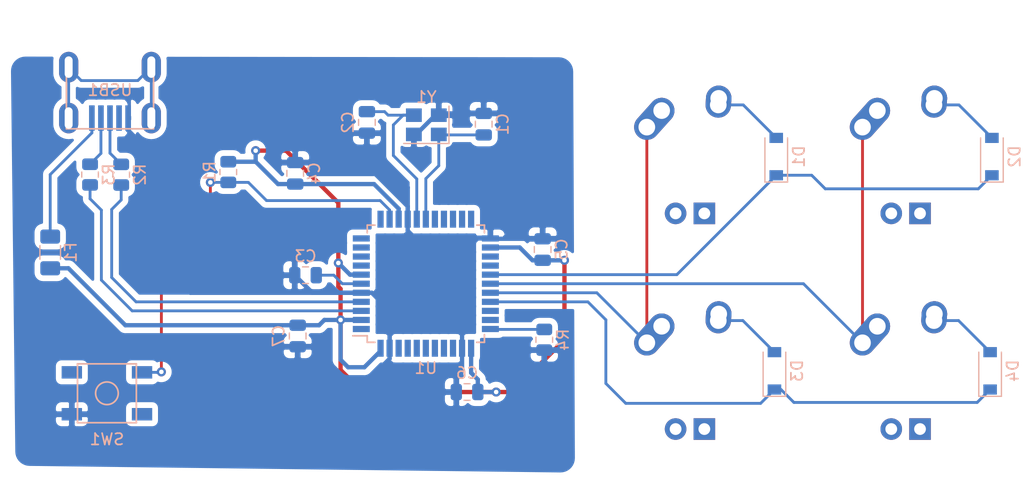
<source format=kicad_pcb>
(kicad_pcb (version 20171130) (host pcbnew "(5.1.8-0-10_14)")

  (general
    (thickness 1.6)
    (drawings 7)
    (tracks 191)
    (zones 0)
    (modules 24)
    (nets 45)
  )

  (page A4)
  (layers
    (0 F.Cu signal)
    (31 B.Cu signal)
    (32 B.Adhes user)
    (33 F.Adhes user)
    (34 B.Paste user)
    (35 F.Paste user)
    (36 B.SilkS user)
    (37 F.SilkS user)
    (38 B.Mask user)
    (39 F.Mask user)
    (40 Dwgs.User user)
    (41 Cmts.User user)
    (42 Eco1.User user)
    (43 Eco2.User user)
    (44 Edge.Cuts user)
    (45 Margin user)
    (46 B.CrtYd user)
    (47 F.CrtYd user)
    (48 B.Fab user)
    (49 F.Fab user)
  )

  (setup
    (last_trace_width 0.25)
    (trace_clearance 0.2)
    (zone_clearance 0.508)
    (zone_45_only no)
    (trace_min 0.2)
    (via_size 0.8)
    (via_drill 0.4)
    (via_min_size 0.4)
    (via_min_drill 0.3)
    (uvia_size 0.3)
    (uvia_drill 0.1)
    (uvias_allowed no)
    (uvia_min_size 0.2)
    (uvia_min_drill 0.1)
    (edge_width 0.05)
    (segment_width 0.2)
    (pcb_text_width 0.3)
    (pcb_text_size 1.5 1.5)
    (mod_edge_width 0.12)
    (mod_text_size 1 1)
    (mod_text_width 0.15)
    (pad_size 1.524 1.524)
    (pad_drill 0.762)
    (pad_to_mask_clearance 0)
    (aux_axis_origin 0 0)
    (visible_elements FFFFFF7F)
    (pcbplotparams
      (layerselection 0x010fc_ffffffff)
      (usegerberextensions false)
      (usegerberattributes true)
      (usegerberadvancedattributes true)
      (creategerberjobfile true)
      (excludeedgelayer true)
      (linewidth 0.100000)
      (plotframeref false)
      (viasonmask false)
      (mode 1)
      (useauxorigin false)
      (hpglpennumber 1)
      (hpglpenspeed 20)
      (hpglpendiameter 15.000000)
      (psnegative false)
      (psa4output false)
      (plotreference true)
      (plotvalue true)
      (plotinvisibletext false)
      (padsonsilk false)
      (subtractmaskfromsilk false)
      (outputformat 1)
      (mirror false)
      (drillshape 1)
      (scaleselection 1)
      (outputdirectory ""))
  )

  (net 0 "")
  (net 1 GND)
  (net 2 "Net-(C1-Pad1)")
  (net 3 "Net-(C2-Pad1)")
  (net 4 "Net-(C3-Pad1)")
  (net 5 +5V)
  (net 6 "Net-(D1-Pad2)")
  (net 7 ROW0)
  (net 8 "Net-(D2-Pad2)")
  (net 9 "Net-(D3-Pad2)")
  (net 10 ROW1)
  (net 11 "Net-(D4-Pad2)")
  (net 12 VCC)
  (net 13 COL0)
  (net 14 COL1)
  (net 15 "Net-(R1-Pad2)")
  (net 16 D+)
  (net 17 "Net-(R2-Pad1)")
  (net 18 D-)
  (net 19 "Net-(R3-Pad1)")
  (net 20 "Net-(R4-Pad2)")
  (net 21 "Net-(U1-Pad42)")
  (net 22 "Net-(U1-Pad41)")
  (net 23 "Net-(U1-Pad40)")
  (net 24 "Net-(U1-Pad39)")
  (net 25 "Net-(U1-Pad38)")
  (net 26 "Net-(U1-Pad37)")
  (net 27 "Net-(U1-Pad36)")
  (net 28 "Net-(U1-Pad32)")
  (net 29 "Net-(U1-Pad31)")
  (net 30 "Net-(U1-Pad26)")
  (net 31 "Net-(U1-Pad25)")
  (net 32 "Net-(U1-Pad22)")
  (net 33 "Net-(U1-Pad21)")
  (net 34 "Net-(U1-Pad20)")
  (net 35 "Net-(U1-Pad19)")
  (net 36 "Net-(U1-Pad18)")
  (net 37 "Net-(U1-Pad12)")
  (net 38 "Net-(U1-Pad11)")
  (net 39 "Net-(U1-Pad10)")
  (net 40 "Net-(U1-Pad9)")
  (net 41 "Net-(U1-Pad8)")
  (net 42 "Net-(U1-Pad1)")
  (net 43 "Net-(USB1-Pad6)")
  (net 44 "Net-(USB1-Pad2)")

  (net_class Default "This is the default net class."
    (clearance 0.2)
    (trace_width 0.25)
    (via_dia 0.8)
    (via_drill 0.4)
    (uvia_dia 0.3)
    (uvia_drill 0.1)
    (add_net COL0)
    (add_net COL1)
    (add_net D+)
    (add_net D-)
    (add_net "Net-(C1-Pad1)")
    (add_net "Net-(C2-Pad1)")
    (add_net "Net-(C3-Pad1)")
    (add_net "Net-(D1-Pad2)")
    (add_net "Net-(D2-Pad2)")
    (add_net "Net-(D3-Pad2)")
    (add_net "Net-(D4-Pad2)")
    (add_net "Net-(R1-Pad2)")
    (add_net "Net-(R2-Pad1)")
    (add_net "Net-(R3-Pad1)")
    (add_net "Net-(R4-Pad2)")
    (add_net "Net-(U1-Pad1)")
    (add_net "Net-(U1-Pad10)")
    (add_net "Net-(U1-Pad11)")
    (add_net "Net-(U1-Pad12)")
    (add_net "Net-(U1-Pad18)")
    (add_net "Net-(U1-Pad19)")
    (add_net "Net-(U1-Pad20)")
    (add_net "Net-(U1-Pad21)")
    (add_net "Net-(U1-Pad22)")
    (add_net "Net-(U1-Pad25)")
    (add_net "Net-(U1-Pad26)")
    (add_net "Net-(U1-Pad31)")
    (add_net "Net-(U1-Pad32)")
    (add_net "Net-(U1-Pad36)")
    (add_net "Net-(U1-Pad37)")
    (add_net "Net-(U1-Pad38)")
    (add_net "Net-(U1-Pad39)")
    (add_net "Net-(U1-Pad40)")
    (add_net "Net-(U1-Pad41)")
    (add_net "Net-(U1-Pad42)")
    (add_net "Net-(U1-Pad8)")
    (add_net "Net-(U1-Pad9)")
    (add_net "Net-(USB1-Pad2)")
    (add_net "Net-(USB1-Pad6)")
    (add_net ROW0)
    (add_net ROW1)
    (add_net VCC)
  )

  (net_class Power ""
    (clearance 0.2)
    (trace_width 0.381)
    (via_dia 0.8)
    (via_drill 0.4)
    (uvia_dia 0.3)
    (uvia_drill 0.1)
    (add_net +5V)
    (add_net GND)
  )

  (module Crystal:Crystal_SMD_3225-4Pin_3.2x2.5mm (layer B.Cu) (tedit 5A0FD1B2) (tstamp 5FD8A637)
    (at 187.5325 130.60625 180)
    (descr "SMD Crystal SERIES SMD3225/4 http://www.txccrystal.com/images/pdf/7m-accuracy.pdf, 3.2x2.5mm^2 package")
    (tags "SMD SMT crystal")
    (path /5FD8A653)
    (attr smd)
    (fp_text reference Y1 (at 0 2.45) (layer B.SilkS)
      (effects (font (size 1 1) (thickness 0.15)) (justify mirror))
    )
    (fp_text value 16MHz (at 0 -2.45) (layer B.Fab)
      (effects (font (size 1 1) (thickness 0.15)) (justify mirror))
    )
    (fp_line (start -1.6 1.25) (end -1.6 -1.25) (layer B.Fab) (width 0.1))
    (fp_line (start -1.6 -1.25) (end 1.6 -1.25) (layer B.Fab) (width 0.1))
    (fp_line (start 1.6 -1.25) (end 1.6 1.25) (layer B.Fab) (width 0.1))
    (fp_line (start 1.6 1.25) (end -1.6 1.25) (layer B.Fab) (width 0.1))
    (fp_line (start -1.6 -0.25) (end -0.6 -1.25) (layer B.Fab) (width 0.1))
    (fp_line (start -2 1.65) (end -2 -1.65) (layer B.SilkS) (width 0.12))
    (fp_line (start -2 -1.65) (end 2 -1.65) (layer B.SilkS) (width 0.12))
    (fp_line (start -2.1 1.7) (end -2.1 -1.7) (layer B.CrtYd) (width 0.05))
    (fp_line (start -2.1 -1.7) (end 2.1 -1.7) (layer B.CrtYd) (width 0.05))
    (fp_line (start 2.1 -1.7) (end 2.1 1.7) (layer B.CrtYd) (width 0.05))
    (fp_line (start 2.1 1.7) (end -2.1 1.7) (layer B.CrtYd) (width 0.05))
    (fp_text user %R (at 0 0) (layer B.Fab)
      (effects (font (size 0.7 0.7) (thickness 0.105)) (justify mirror))
    )
    (pad 4 smd rect (at -1.1 0.85 180) (size 1.4 1.2) (layers B.Cu B.Paste B.Mask)
      (net 1 GND))
    (pad 3 smd rect (at 1.1 0.85 180) (size 1.4 1.2) (layers B.Cu B.Paste B.Mask)
      (net 3 "Net-(C2-Pad1)"))
    (pad 2 smd rect (at 1.1 -0.85 180) (size 1.4 1.2) (layers B.Cu B.Paste B.Mask)
      (net 1 GND))
    (pad 1 smd rect (at -1.1 -0.85 180) (size 1.4 1.2) (layers B.Cu B.Paste B.Mask)
      (net 2 "Net-(C1-Pad1)"))
    (model ${KISYS3DMOD}/Crystal.3dshapes/Crystal_SMD_3225-4Pin_3.2x2.5mm.wrl
      (at (xyz 0 0 0))
      (scale (xyz 1 1 1))
      (rotate (xyz 0 0 0))
    )
  )

  (module random-keyboard-parts:Molex-0548190589 (layer B.Cu) (tedit 5C494815) (tstamp 5FD8A623)
    (at 159.59 125.51 270)
    (path /5FDAE4D9)
    (attr smd)
    (fp_text reference USB1 (at 2.032 0) (layer B.SilkS)
      (effects (font (size 1 1) (thickness 0.15)) (justify mirror))
    )
    (fp_text value Molex-0548190589 (at -5.08 0) (layer Dwgs.User)
      (effects (font (size 1 1) (thickness 0.15)))
    )
    (fp_line (start -3.75 3.85) (end -3.75 -3.85) (layer Dwgs.User) (width 0.15))
    (fp_line (start -1.75 4.572) (end -1.75 -4.572) (layer Dwgs.User) (width 0.15))
    (fp_line (start -3.75 -3.85) (end 0 -3.85) (layer Dwgs.User) (width 0.15))
    (fp_line (start -3.75 3.85) (end 0 3.85) (layer Dwgs.User) (width 0.15))
    (fp_line (start 5.45 3.85) (end 5.45 -3.85) (layer B.SilkS) (width 0.15))
    (fp_line (start 0 -3.85) (end 5.45 -3.85) (layer B.SilkS) (width 0.15))
    (fp_line (start 0 3.85) (end 5.45 3.85) (layer B.SilkS) (width 0.15))
    (fp_line (start -3.75 3.75) (end 5.5 3.75) (layer B.CrtYd) (width 0.15))
    (fp_line (start 5.5 3.75) (end 5.5 -3.75) (layer B.CrtYd) (width 0.15))
    (fp_line (start 5.5 -3.75) (end -3.75 -3.75) (layer B.CrtYd) (width 0.15))
    (fp_line (start -3.75 -3.75) (end -3.75 3.75) (layer B.CrtYd) (width 0.15))
    (fp_line (start 5.5 2) (end 3.25 2) (layer B.CrtYd) (width 0.15))
    (fp_line (start 3.25 2) (end 3.25 -2) (layer B.CrtYd) (width 0.15))
    (fp_line (start 3.25 -2) (end 5.5 -2) (layer B.CrtYd) (width 0.15))
    (fp_line (start 5.5 -1.25) (end 3.25 -1.25) (layer B.CrtYd) (width 0.15))
    (fp_line (start 3.25 -0.5) (end 5.5 -0.5) (layer B.CrtYd) (width 0.15))
    (fp_line (start 5.5 0.5) (end 3.25 0.5) (layer B.CrtYd) (width 0.15))
    (fp_line (start 3.25 1.25) (end 5.5 1.25) (layer B.CrtYd) (width 0.15))
    (fp_text user %R (at 2 0) (layer B.CrtYd)
      (effects (font (size 1 1) (thickness 0.15)) (justify mirror))
    )
    (pad 6 thru_hole oval (at 0 3.65 270) (size 2.7 1.7) (drill oval 1.9 0.7) (layers *.Cu *.Mask)
      (net 43 "Net-(USB1-Pad6)"))
    (pad 6 thru_hole oval (at 0 -3.65 270) (size 2.7 1.7) (drill oval 1.9 0.7) (layers *.Cu *.Mask)
      (net 43 "Net-(USB1-Pad6)"))
    (pad 6 thru_hole oval (at 4.5 -3.65 270) (size 2.7 1.7) (drill oval 1.9 0.7) (layers *.Cu *.Mask)
      (net 43 "Net-(USB1-Pad6)"))
    (pad 6 thru_hole oval (at 4.5 3.65 270) (size 2.7 1.7) (drill oval 1.9 0.7) (layers *.Cu *.Mask)
      (net 43 "Net-(USB1-Pad6)"))
    (pad 5 smd rect (at 4.5 1.6 270) (size 2.25 0.5) (layers B.Cu B.Paste B.Mask)
      (net 12 VCC))
    (pad 4 smd rect (at 4.5 0.8 270) (size 2.25 0.5) (layers B.Cu B.Paste B.Mask)
      (net 18 D-))
    (pad 3 smd rect (at 4.5 0 270) (size 2.25 0.5) (layers B.Cu B.Paste B.Mask)
      (net 16 D+))
    (pad 2 smd rect (at 4.5 -0.8 270) (size 2.25 0.5) (layers B.Cu B.Paste B.Mask)
      (net 44 "Net-(USB1-Pad2)"))
    (pad 1 smd rect (at 4.5 -1.6 270) (size 2.25 0.5) (layers B.Cu B.Paste B.Mask)
      (net 1 GND))
  )

  (module Package_QFP:TQFP-44_10x10mm_P0.8mm (layer B.Cu) (tedit 5A02F146) (tstamp 5FD8A603)
    (at 187.48875 144.6425)
    (descr "44-Lead Plastic Thin Quad Flatpack (PT) - 10x10x1.0 mm Body [TQFP] (see Microchip Packaging Specification 00000049BS.pdf)")
    (tags "QFP 0.8")
    (path /5FD76B1C)
    (attr smd)
    (fp_text reference U1 (at 0 7.45) (layer B.SilkS)
      (effects (font (size 1 1) (thickness 0.15)) (justify mirror))
    )
    (fp_text value ATmega32U4-AU (at 0 -7.45) (layer B.Fab)
      (effects (font (size 1 1) (thickness 0.15)) (justify mirror))
    )
    (fp_line (start -4 5) (end 5 5) (layer B.Fab) (width 0.15))
    (fp_line (start 5 5) (end 5 -5) (layer B.Fab) (width 0.15))
    (fp_line (start 5 -5) (end -5 -5) (layer B.Fab) (width 0.15))
    (fp_line (start -5 -5) (end -5 4) (layer B.Fab) (width 0.15))
    (fp_line (start -5 4) (end -4 5) (layer B.Fab) (width 0.15))
    (fp_line (start -6.7 6.7) (end -6.7 -6.7) (layer B.CrtYd) (width 0.05))
    (fp_line (start 6.7 6.7) (end 6.7 -6.7) (layer B.CrtYd) (width 0.05))
    (fp_line (start -6.7 6.7) (end 6.7 6.7) (layer B.CrtYd) (width 0.05))
    (fp_line (start -6.7 -6.7) (end 6.7 -6.7) (layer B.CrtYd) (width 0.05))
    (fp_line (start -5.175 5.175) (end -5.175 4.6) (layer B.SilkS) (width 0.15))
    (fp_line (start 5.175 5.175) (end 5.175 4.5) (layer B.SilkS) (width 0.15))
    (fp_line (start 5.175 -5.175) (end 5.175 -4.5) (layer B.SilkS) (width 0.15))
    (fp_line (start -5.175 -5.175) (end -5.175 -4.5) (layer B.SilkS) (width 0.15))
    (fp_line (start -5.175 5.175) (end -4.5 5.175) (layer B.SilkS) (width 0.15))
    (fp_line (start -5.175 -5.175) (end -4.5 -5.175) (layer B.SilkS) (width 0.15))
    (fp_line (start 5.175 -5.175) (end 4.5 -5.175) (layer B.SilkS) (width 0.15))
    (fp_line (start 5.175 5.175) (end 4.5 5.175) (layer B.SilkS) (width 0.15))
    (fp_line (start -5.175 4.6) (end -6.45 4.6) (layer B.SilkS) (width 0.15))
    (fp_text user %R (at 0 0) (layer B.Fab)
      (effects (font (size 1 1) (thickness 0.15)) (justify mirror))
    )
    (pad 44 smd rect (at -4 5.7 270) (size 1.5 0.55) (layers B.Cu B.Paste B.Mask)
      (net 5 +5V))
    (pad 43 smd rect (at -3.2 5.7 270) (size 1.5 0.55) (layers B.Cu B.Paste B.Mask)
      (net 1 GND))
    (pad 42 smd rect (at -2.4 5.7 270) (size 1.5 0.55) (layers B.Cu B.Paste B.Mask)
      (net 21 "Net-(U1-Pad42)"))
    (pad 41 smd rect (at -1.6 5.7 270) (size 1.5 0.55) (layers B.Cu B.Paste B.Mask)
      (net 22 "Net-(U1-Pad41)"))
    (pad 40 smd rect (at -0.8 5.7 270) (size 1.5 0.55) (layers B.Cu B.Paste B.Mask)
      (net 23 "Net-(U1-Pad40)"))
    (pad 39 smd rect (at 0 5.7 270) (size 1.5 0.55) (layers B.Cu B.Paste B.Mask)
      (net 24 "Net-(U1-Pad39)"))
    (pad 38 smd rect (at 0.8 5.7 270) (size 1.5 0.55) (layers B.Cu B.Paste B.Mask)
      (net 25 "Net-(U1-Pad38)"))
    (pad 37 smd rect (at 1.6 5.7 270) (size 1.5 0.55) (layers B.Cu B.Paste B.Mask)
      (net 26 "Net-(U1-Pad37)"))
    (pad 36 smd rect (at 2.4 5.7 270) (size 1.5 0.55) (layers B.Cu B.Paste B.Mask)
      (net 27 "Net-(U1-Pad36)"))
    (pad 35 smd rect (at 3.2 5.7 270) (size 1.5 0.55) (layers B.Cu B.Paste B.Mask)
      (net 1 GND))
    (pad 34 smd rect (at 4 5.7 270) (size 1.5 0.55) (layers B.Cu B.Paste B.Mask)
      (net 5 +5V))
    (pad 33 smd rect (at 5.7 4) (size 1.5 0.55) (layers B.Cu B.Paste B.Mask)
      (net 20 "Net-(R4-Pad2)"))
    (pad 32 smd rect (at 5.7 3.2) (size 1.5 0.55) (layers B.Cu B.Paste B.Mask)
      (net 28 "Net-(U1-Pad32)"))
    (pad 31 smd rect (at 5.7 2.4) (size 1.5 0.55) (layers B.Cu B.Paste B.Mask)
      (net 29 "Net-(U1-Pad31)"))
    (pad 30 smd rect (at 5.7 1.6) (size 1.5 0.55) (layers B.Cu B.Paste B.Mask)
      (net 10 ROW1))
    (pad 29 smd rect (at 5.7 0.8) (size 1.5 0.55) (layers B.Cu B.Paste B.Mask)
      (net 13 COL0))
    (pad 28 smd rect (at 5.7 0) (size 1.5 0.55) (layers B.Cu B.Paste B.Mask)
      (net 14 COL1))
    (pad 27 smd rect (at 5.7 -0.8) (size 1.5 0.55) (layers B.Cu B.Paste B.Mask)
      (net 7 ROW0))
    (pad 26 smd rect (at 5.7 -1.6) (size 1.5 0.55) (layers B.Cu B.Paste B.Mask)
      (net 30 "Net-(U1-Pad26)"))
    (pad 25 smd rect (at 5.7 -2.4) (size 1.5 0.55) (layers B.Cu B.Paste B.Mask)
      (net 31 "Net-(U1-Pad25)"))
    (pad 24 smd rect (at 5.7 -3.2) (size 1.5 0.55) (layers B.Cu B.Paste B.Mask)
      (net 5 +5V))
    (pad 23 smd rect (at 5.7 -4) (size 1.5 0.55) (layers B.Cu B.Paste B.Mask)
      (net 1 GND))
    (pad 22 smd rect (at 4 -5.7 270) (size 1.5 0.55) (layers B.Cu B.Paste B.Mask)
      (net 32 "Net-(U1-Pad22)"))
    (pad 21 smd rect (at 3.2 -5.7 270) (size 1.5 0.55) (layers B.Cu B.Paste B.Mask)
      (net 33 "Net-(U1-Pad21)"))
    (pad 20 smd rect (at 2.4 -5.7 270) (size 1.5 0.55) (layers B.Cu B.Paste B.Mask)
      (net 34 "Net-(U1-Pad20)"))
    (pad 19 smd rect (at 1.6 -5.7 270) (size 1.5 0.55) (layers B.Cu B.Paste B.Mask)
      (net 35 "Net-(U1-Pad19)"))
    (pad 18 smd rect (at 0.8 -5.7 270) (size 1.5 0.55) (layers B.Cu B.Paste B.Mask)
      (net 36 "Net-(U1-Pad18)"))
    (pad 17 smd rect (at 0 -5.7 270) (size 1.5 0.55) (layers B.Cu B.Paste B.Mask)
      (net 2 "Net-(C1-Pad1)"))
    (pad 16 smd rect (at -0.8 -5.7 270) (size 1.5 0.55) (layers B.Cu B.Paste B.Mask)
      (net 3 "Net-(C2-Pad1)"))
    (pad 15 smd rect (at -1.6 -5.7 270) (size 1.5 0.55) (layers B.Cu B.Paste B.Mask)
      (net 1 GND))
    (pad 14 smd rect (at -2.4 -5.7 270) (size 1.5 0.55) (layers B.Cu B.Paste B.Mask)
      (net 5 +5V))
    (pad 13 smd rect (at -3.2 -5.7 270) (size 1.5 0.55) (layers B.Cu B.Paste B.Mask)
      (net 15 "Net-(R1-Pad2)"))
    (pad 12 smd rect (at -4 -5.7 270) (size 1.5 0.55) (layers B.Cu B.Paste B.Mask)
      (net 37 "Net-(U1-Pad12)"))
    (pad 11 smd rect (at -5.7 -4) (size 1.5 0.55) (layers B.Cu B.Paste B.Mask)
      (net 38 "Net-(U1-Pad11)"))
    (pad 10 smd rect (at -5.7 -3.2) (size 1.5 0.55) (layers B.Cu B.Paste B.Mask)
      (net 39 "Net-(U1-Pad10)"))
    (pad 9 smd rect (at -5.7 -2.4) (size 1.5 0.55) (layers B.Cu B.Paste B.Mask)
      (net 40 "Net-(U1-Pad9)"))
    (pad 8 smd rect (at -5.7 -1.6) (size 1.5 0.55) (layers B.Cu B.Paste B.Mask)
      (net 41 "Net-(U1-Pad8)"))
    (pad 7 smd rect (at -5.7 -0.8) (size 1.5 0.55) (layers B.Cu B.Paste B.Mask)
      (net 5 +5V))
    (pad 6 smd rect (at -5.7 0) (size 1.5 0.55) (layers B.Cu B.Paste B.Mask)
      (net 4 "Net-(C3-Pad1)"))
    (pad 5 smd rect (at -5.7 0.8) (size 1.5 0.55) (layers B.Cu B.Paste B.Mask)
      (net 1 GND))
    (pad 4 smd rect (at -5.7 1.6) (size 1.5 0.55) (layers B.Cu B.Paste B.Mask)
      (net 17 "Net-(R2-Pad1)"))
    (pad 3 smd rect (at -5.7 2.4) (size 1.5 0.55) (layers B.Cu B.Paste B.Mask)
      (net 19 "Net-(R3-Pad1)"))
    (pad 2 smd rect (at -5.7 3.2) (size 1.5 0.55) (layers B.Cu B.Paste B.Mask)
      (net 5 +5V))
    (pad 1 smd rect (at -5.7 4) (size 1.5 0.55) (layers B.Cu B.Paste B.Mask)
      (net 42 "Net-(U1-Pad1)"))
    (model ${KISYS3DMOD}/Package_QFP.3dshapes/TQFP-44_10x10mm_P0.8mm.wrl
      (at (xyz 0 0 0))
      (scale (xyz 1 1 1))
      (rotate (xyz 0 0 0))
    )
  )

  (module random-keyboard-parts:SKQG-1155865 (layer B.Cu) (tedit 5E62B398) (tstamp 5FD8A5C0)
    (at 159.32 154.32 180)
    (path /5FD96D84)
    (attr smd)
    (fp_text reference SW1 (at 0 -4.064) (layer B.SilkS)
      (effects (font (size 1 1) (thickness 0.15)) (justify mirror))
    )
    (fp_text value SW_Push (at 0 4.064) (layer B.Fab)
      (effects (font (size 1 1) (thickness 0.15)) (justify mirror))
    )
    (fp_line (start -2.6 -1.1) (end -1.1 -2.6) (layer B.Fab) (width 0.15))
    (fp_line (start 2.6 -1.1) (end 1.1 -2.6) (layer B.Fab) (width 0.15))
    (fp_line (start 2.6 1.1) (end 1.1 2.6) (layer B.Fab) (width 0.15))
    (fp_line (start -2.6 1.1) (end -1.1 2.6) (layer B.Fab) (width 0.15))
    (fp_circle (center 0 0) (end 1 0) (layer B.Fab) (width 0.15))
    (fp_line (start -4.2 1.1) (end -4.2 2.6) (layer B.Fab) (width 0.15))
    (fp_line (start -2.6 1.1) (end -4.2 1.1) (layer B.Fab) (width 0.15))
    (fp_line (start -2.6 -1.1) (end -2.6 1.1) (layer B.Fab) (width 0.15))
    (fp_line (start -4.2 -1.1) (end -2.6 -1.1) (layer B.Fab) (width 0.15))
    (fp_line (start -4.2 -2.6) (end -4.2 -1.1) (layer B.Fab) (width 0.15))
    (fp_line (start 4.2 -2.6) (end -4.2 -2.6) (layer B.Fab) (width 0.15))
    (fp_line (start 4.2 -1.1) (end 4.2 -2.6) (layer B.Fab) (width 0.15))
    (fp_line (start 2.6 -1.1) (end 4.2 -1.1) (layer B.Fab) (width 0.15))
    (fp_line (start 2.6 1.1) (end 2.6 -1.1) (layer B.Fab) (width 0.15))
    (fp_line (start 4.2 1.1) (end 2.6 1.1) (layer B.Fab) (width 0.15))
    (fp_line (start 4.2 2.6) (end 4.2 1.2) (layer B.Fab) (width 0.15))
    (fp_line (start -4.2 2.6) (end 4.2 2.6) (layer B.Fab) (width 0.15))
    (fp_circle (center 0 0) (end 1 0) (layer B.SilkS) (width 0.15))
    (fp_line (start -2.6 -2.6) (end -2.6 2.6) (layer B.SilkS) (width 0.15))
    (fp_line (start 2.6 -2.6) (end -2.6 -2.6) (layer B.SilkS) (width 0.15))
    (fp_line (start 2.6 2.6) (end 2.6 -2.6) (layer B.SilkS) (width 0.15))
    (fp_line (start -2.6 2.6) (end 2.6 2.6) (layer B.SilkS) (width 0.15))
    (pad 4 smd rect (at -3.1 -1.85 180) (size 1.8 1.1) (layers B.Cu B.Paste B.Mask))
    (pad 3 smd rect (at 3.1 1.85 180) (size 1.8 1.1) (layers B.Cu B.Paste B.Mask))
    (pad 2 smd rect (at -3.1 1.85 180) (size 1.8 1.1) (layers B.Cu B.Paste B.Mask)
      (net 15 "Net-(R1-Pad2)"))
    (pad 1 smd rect (at 3.1 -1.85 180) (size 1.8 1.1) (layers B.Cu B.Paste B.Mask)
      (net 1 GND))
    (model ${KISYS3DMOD}/Button_Switch_SMD.3dshapes/SW_SPST_TL3342.step
      (at (xyz 0 0 0))
      (scale (xyz 1 1 1))
      (rotate (xyz 0 0 0))
    )
  )

  (module Resistor_SMD:R_0805_2012Metric (layer B.Cu) (tedit 5F68FEEE) (tstamp 5FD8A5A2)
    (at 197.95 149.5925 90)
    (descr "Resistor SMD 0805 (2012 Metric), square (rectangular) end terminal, IPC_7351 nominal, (Body size source: IPC-SM-782 page 72, https://www.pcb-3d.com/wordpress/wp-content/uploads/ipc-sm-782a_amendment_1_and_2.pdf), generated with kicad-footprint-generator")
    (tags resistor)
    (path /5FD7B965)
    (attr smd)
    (fp_text reference R4 (at 0 1.65 90) (layer B.SilkS)
      (effects (font (size 1 1) (thickness 0.15)) (justify mirror))
    )
    (fp_text value 10k (at 0 -1.65 90) (layer B.Fab)
      (effects (font (size 1 1) (thickness 0.15)) (justify mirror))
    )
    (fp_line (start -1 -0.625) (end -1 0.625) (layer B.Fab) (width 0.1))
    (fp_line (start -1 0.625) (end 1 0.625) (layer B.Fab) (width 0.1))
    (fp_line (start 1 0.625) (end 1 -0.625) (layer B.Fab) (width 0.1))
    (fp_line (start 1 -0.625) (end -1 -0.625) (layer B.Fab) (width 0.1))
    (fp_line (start -0.227064 0.735) (end 0.227064 0.735) (layer B.SilkS) (width 0.12))
    (fp_line (start -0.227064 -0.735) (end 0.227064 -0.735) (layer B.SilkS) (width 0.12))
    (fp_line (start -1.68 -0.95) (end -1.68 0.95) (layer B.CrtYd) (width 0.05))
    (fp_line (start -1.68 0.95) (end 1.68 0.95) (layer B.CrtYd) (width 0.05))
    (fp_line (start 1.68 0.95) (end 1.68 -0.95) (layer B.CrtYd) (width 0.05))
    (fp_line (start 1.68 -0.95) (end -1.68 -0.95) (layer B.CrtYd) (width 0.05))
    (fp_text user %R (at 0 0 90) (layer B.Fab)
      (effects (font (size 0.5 0.5) (thickness 0.08)) (justify mirror))
    )
    (pad 2 smd roundrect (at 0.9125 0 90) (size 1.025 1.4) (layers B.Cu B.Paste B.Mask) (roundrect_rratio 0.243902)
      (net 20 "Net-(R4-Pad2)"))
    (pad 1 smd roundrect (at -0.9125 0 90) (size 1.025 1.4) (layers B.Cu B.Paste B.Mask) (roundrect_rratio 0.243902)
      (net 1 GND))
    (model ${KISYS3DMOD}/Resistor_SMD.3dshapes/R_0805_2012Metric.wrl
      (at (xyz 0 0 0))
      (scale (xyz 1 1 1))
      (rotate (xyz 0 0 0))
    )
  )

  (module Resistor_SMD:R_0805_2012Metric (layer B.Cu) (tedit 5F68FEEE) (tstamp 5FD8C6AF)
    (at 157.83 135.0025 90)
    (descr "Resistor SMD 0805 (2012 Metric), square (rectangular) end terminal, IPC_7351 nominal, (Body size source: IPC-SM-782 page 72, https://www.pcb-3d.com/wordpress/wp-content/uploads/ipc-sm-782a_amendment_1_and_2.pdf), generated with kicad-footprint-generator")
    (tags resistor)
    (path /5FD7D9D3)
    (attr smd)
    (fp_text reference R3 (at 0 1.65 90) (layer B.SilkS)
      (effects (font (size 1 1) (thickness 0.15)) (justify mirror))
    )
    (fp_text value 22 (at 0 -1.65 90) (layer B.Fab)
      (effects (font (size 1 1) (thickness 0.15)) (justify mirror))
    )
    (fp_line (start -1 -0.625) (end -1 0.625) (layer B.Fab) (width 0.1))
    (fp_line (start -1 0.625) (end 1 0.625) (layer B.Fab) (width 0.1))
    (fp_line (start 1 0.625) (end 1 -0.625) (layer B.Fab) (width 0.1))
    (fp_line (start 1 -0.625) (end -1 -0.625) (layer B.Fab) (width 0.1))
    (fp_line (start -0.227064 0.735) (end 0.227064 0.735) (layer B.SilkS) (width 0.12))
    (fp_line (start -0.227064 -0.735) (end 0.227064 -0.735) (layer B.SilkS) (width 0.12))
    (fp_line (start -1.68 -0.95) (end -1.68 0.95) (layer B.CrtYd) (width 0.05))
    (fp_line (start -1.68 0.95) (end 1.68 0.95) (layer B.CrtYd) (width 0.05))
    (fp_line (start 1.68 0.95) (end 1.68 -0.95) (layer B.CrtYd) (width 0.05))
    (fp_line (start 1.68 -0.95) (end -1.68 -0.95) (layer B.CrtYd) (width 0.05))
    (fp_text user %R (at 0 0 90) (layer B.Fab)
      (effects (font (size 0.5 0.5) (thickness 0.08)) (justify mirror))
    )
    (pad 2 smd roundrect (at 0.9125 0 90) (size 1.025 1.4) (layers B.Cu B.Paste B.Mask) (roundrect_rratio 0.243902)
      (net 18 D-))
    (pad 1 smd roundrect (at -0.9125 0 90) (size 1.025 1.4) (layers B.Cu B.Paste B.Mask) (roundrect_rratio 0.243902)
      (net 19 "Net-(R3-Pad1)"))
    (model ${KISYS3DMOD}/Resistor_SMD.3dshapes/R_0805_2012Metric.wrl
      (at (xyz 0 0 0))
      (scale (xyz 1 1 1))
      (rotate (xyz 0 0 0))
    )
  )

  (module Resistor_SMD:R_0805_2012Metric (layer B.Cu) (tedit 5F68FEEE) (tstamp 5FD8A580)
    (at 160.58 135.0125 90)
    (descr "Resistor SMD 0805 (2012 Metric), square (rectangular) end terminal, IPC_7351 nominal, (Body size source: IPC-SM-782 page 72, https://www.pcb-3d.com/wordpress/wp-content/uploads/ipc-sm-782a_amendment_1_and_2.pdf), generated with kicad-footprint-generator")
    (tags resistor)
    (path /5FD7D04E)
    (attr smd)
    (fp_text reference R2 (at 0 1.65 90) (layer B.SilkS)
      (effects (font (size 1 1) (thickness 0.15)) (justify mirror))
    )
    (fp_text value 22 (at 0 -1.65 90) (layer B.Fab)
      (effects (font (size 1 1) (thickness 0.15)) (justify mirror))
    )
    (fp_line (start -1 -0.625) (end -1 0.625) (layer B.Fab) (width 0.1))
    (fp_line (start -1 0.625) (end 1 0.625) (layer B.Fab) (width 0.1))
    (fp_line (start 1 0.625) (end 1 -0.625) (layer B.Fab) (width 0.1))
    (fp_line (start 1 -0.625) (end -1 -0.625) (layer B.Fab) (width 0.1))
    (fp_line (start -0.227064 0.735) (end 0.227064 0.735) (layer B.SilkS) (width 0.12))
    (fp_line (start -0.227064 -0.735) (end 0.227064 -0.735) (layer B.SilkS) (width 0.12))
    (fp_line (start -1.68 -0.95) (end -1.68 0.95) (layer B.CrtYd) (width 0.05))
    (fp_line (start -1.68 0.95) (end 1.68 0.95) (layer B.CrtYd) (width 0.05))
    (fp_line (start 1.68 0.95) (end 1.68 -0.95) (layer B.CrtYd) (width 0.05))
    (fp_line (start 1.68 -0.95) (end -1.68 -0.95) (layer B.CrtYd) (width 0.05))
    (fp_text user %R (at 0 0 90) (layer B.Fab)
      (effects (font (size 0.5 0.5) (thickness 0.08)) (justify mirror))
    )
    (pad 2 smd roundrect (at 0.9125 0 90) (size 1.025 1.4) (layers B.Cu B.Paste B.Mask) (roundrect_rratio 0.243902)
      (net 16 D+))
    (pad 1 smd roundrect (at -0.9125 0 90) (size 1.025 1.4) (layers B.Cu B.Paste B.Mask) (roundrect_rratio 0.243902)
      (net 17 "Net-(R2-Pad1)"))
    (model ${KISYS3DMOD}/Resistor_SMD.3dshapes/R_0805_2012Metric.wrl
      (at (xyz 0 0 0))
      (scale (xyz 1 1 1))
      (rotate (xyz 0 0 0))
    )
  )

  (module Resistor_SMD:R_0805_2012Metric (layer B.Cu) (tedit 5F68FEEE) (tstamp 5FD8A56F)
    (at 170.04 134.78 270)
    (descr "Resistor SMD 0805 (2012 Metric), square (rectangular) end terminal, IPC_7351 nominal, (Body size source: IPC-SM-782 page 72, https://www.pcb-3d.com/wordpress/wp-content/uploads/ipc-sm-782a_amendment_1_and_2.pdf), generated with kicad-footprint-generator")
    (tags resistor)
    (path /5FD99EF9)
    (attr smd)
    (fp_text reference R1 (at 0 1.65 90) (layer B.SilkS)
      (effects (font (size 1 1) (thickness 0.15)) (justify mirror))
    )
    (fp_text value 10k (at 0 -1.65 90) (layer B.Fab)
      (effects (font (size 1 1) (thickness 0.15)) (justify mirror))
    )
    (fp_line (start -1 -0.625) (end -1 0.625) (layer B.Fab) (width 0.1))
    (fp_line (start -1 0.625) (end 1 0.625) (layer B.Fab) (width 0.1))
    (fp_line (start 1 0.625) (end 1 -0.625) (layer B.Fab) (width 0.1))
    (fp_line (start 1 -0.625) (end -1 -0.625) (layer B.Fab) (width 0.1))
    (fp_line (start -0.227064 0.735) (end 0.227064 0.735) (layer B.SilkS) (width 0.12))
    (fp_line (start -0.227064 -0.735) (end 0.227064 -0.735) (layer B.SilkS) (width 0.12))
    (fp_line (start -1.68 -0.95) (end -1.68 0.95) (layer B.CrtYd) (width 0.05))
    (fp_line (start -1.68 0.95) (end 1.68 0.95) (layer B.CrtYd) (width 0.05))
    (fp_line (start 1.68 0.95) (end 1.68 -0.95) (layer B.CrtYd) (width 0.05))
    (fp_line (start 1.68 -0.95) (end -1.68 -0.95) (layer B.CrtYd) (width 0.05))
    (fp_text user %R (at 0 0 90) (layer B.Fab)
      (effects (font (size 0.5 0.5) (thickness 0.08)) (justify mirror))
    )
    (pad 2 smd roundrect (at 0.9125 0 270) (size 1.025 1.4) (layers B.Cu B.Paste B.Mask) (roundrect_rratio 0.243902)
      (net 15 "Net-(R1-Pad2)"))
    (pad 1 smd roundrect (at -0.9125 0 270) (size 1.025 1.4) (layers B.Cu B.Paste B.Mask) (roundrect_rratio 0.243902)
      (net 5 +5V))
    (model ${KISYS3DMOD}/Resistor_SMD.3dshapes/R_0805_2012Metric.wrl
      (at (xyz 0 0 0))
      (scale (xyz 1 1 1))
      (rotate (xyz 0 0 0))
    )
  )

  (module MX_Alps_Hybrid:MX-1U (layer F.Cu) (tedit 5A9F3A9A) (tstamp 5FD8BBF7)
    (at 229.87 152.4)
    (path /5FE35FC4)
    (fp_text reference MX4 (at 0 3.175) (layer Dwgs.User)
      (effects (font (size 1 1) (thickness 0.15)))
    )
    (fp_text value MX-NoLED (at 0 -7.9375) (layer Dwgs.User)
      (effects (font (size 1 1) (thickness 0.15)))
    )
    (fp_line (start 5 -7) (end 7 -7) (layer Dwgs.User) (width 0.15))
    (fp_line (start 7 -7) (end 7 -5) (layer Dwgs.User) (width 0.15))
    (fp_line (start 5 7) (end 7 7) (layer Dwgs.User) (width 0.15))
    (fp_line (start 7 7) (end 7 5) (layer Dwgs.User) (width 0.15))
    (fp_line (start -7 5) (end -7 7) (layer Dwgs.User) (width 0.15))
    (fp_line (start -7 7) (end -5 7) (layer Dwgs.User) (width 0.15))
    (fp_line (start -5 -7) (end -7 -7) (layer Dwgs.User) (width 0.15))
    (fp_line (start -7 -7) (end -7 -5) (layer Dwgs.User) (width 0.15))
    (fp_line (start -9.525 -9.525) (end 9.525 -9.525) (layer Dwgs.User) (width 0.15))
    (fp_line (start 9.525 -9.525) (end 9.525 9.525) (layer Dwgs.User) (width 0.15))
    (fp_line (start 9.525 9.525) (end -9.525 9.525) (layer Dwgs.User) (width 0.15))
    (fp_line (start -9.525 9.525) (end -9.525 -9.525) (layer Dwgs.User) (width 0.15))
    (pad "" np_thru_hole circle (at 5.08 0 48.0996) (size 1.75 1.75) (drill 1.75) (layers *.Cu *.Mask))
    (pad "" np_thru_hole circle (at -5.08 0 48.0996) (size 1.75 1.75) (drill 1.75) (layers *.Cu *.Mask))
    (pad 4 thru_hole rect (at 1.27 5.08) (size 1.905 1.905) (drill 1.04) (layers *.Cu B.Mask))
    (pad 3 thru_hole circle (at -1.27 5.08) (size 1.905 1.905) (drill 1.04) (layers *.Cu B.Mask))
    (pad 1 thru_hole circle (at -2.5 -4) (size 2.25 2.25) (drill 1.47) (layers *.Cu B.Mask)
      (net 14 COL1))
    (pad "" np_thru_hole circle (at 0 0) (size 3.9878 3.9878) (drill 3.9878) (layers *.Cu *.Mask))
    (pad 1 thru_hole oval (at -3.81 -2.54 48.0996) (size 4.211556 2.25) (drill 1.47 (offset 0.980778 0)) (layers *.Cu B.Mask)
      (net 14 COL1))
    (pad 2 thru_hole circle (at 2.54 -5.08) (size 2.25 2.25) (drill 1.47) (layers *.Cu B.Mask)
      (net 11 "Net-(D4-Pad2)"))
    (pad 2 thru_hole oval (at 2.5 -4.5 86.0548) (size 2.831378 2.25) (drill 1.47 (offset 0.290689 0)) (layers *.Cu B.Mask)
      (net 11 "Net-(D4-Pad2)"))
  )

  (module MX_Alps_Hybrid:MX-1U (layer F.Cu) (tedit 5A9F3A9A) (tstamp 5FD8A545)
    (at 210.82 152.4)
    (path /5FE33FEC)
    (fp_text reference MX3 (at 0 3.175) (layer Dwgs.User)
      (effects (font (size 1 1) (thickness 0.15)))
    )
    (fp_text value MX-NoLED (at 0 -7.9375) (layer Dwgs.User)
      (effects (font (size 1 1) (thickness 0.15)))
    )
    (fp_line (start 5 -7) (end 7 -7) (layer Dwgs.User) (width 0.15))
    (fp_line (start 7 -7) (end 7 -5) (layer Dwgs.User) (width 0.15))
    (fp_line (start 5 7) (end 7 7) (layer Dwgs.User) (width 0.15))
    (fp_line (start 7 7) (end 7 5) (layer Dwgs.User) (width 0.15))
    (fp_line (start -7 5) (end -7 7) (layer Dwgs.User) (width 0.15))
    (fp_line (start -7 7) (end -5 7) (layer Dwgs.User) (width 0.15))
    (fp_line (start -5 -7) (end -7 -7) (layer Dwgs.User) (width 0.15))
    (fp_line (start -7 -7) (end -7 -5) (layer Dwgs.User) (width 0.15))
    (fp_line (start -9.525 -9.525) (end 9.525 -9.525) (layer Dwgs.User) (width 0.15))
    (fp_line (start 9.525 -9.525) (end 9.525 9.525) (layer Dwgs.User) (width 0.15))
    (fp_line (start 9.525 9.525) (end -9.525 9.525) (layer Dwgs.User) (width 0.15))
    (fp_line (start -9.525 9.525) (end -9.525 -9.525) (layer Dwgs.User) (width 0.15))
    (pad "" np_thru_hole circle (at 5.08 0 48.0996) (size 1.75 1.75) (drill 1.75) (layers *.Cu *.Mask))
    (pad "" np_thru_hole circle (at -5.08 0 48.0996) (size 1.75 1.75) (drill 1.75) (layers *.Cu *.Mask))
    (pad 4 thru_hole rect (at 1.27 5.08) (size 1.905 1.905) (drill 1.04) (layers *.Cu B.Mask))
    (pad 3 thru_hole circle (at -1.27 5.08) (size 1.905 1.905) (drill 1.04) (layers *.Cu B.Mask))
    (pad 1 thru_hole circle (at -2.5 -4) (size 2.25 2.25) (drill 1.47) (layers *.Cu B.Mask)
      (net 13 COL0))
    (pad "" np_thru_hole circle (at 0 0) (size 3.9878 3.9878) (drill 3.9878) (layers *.Cu *.Mask))
    (pad 1 thru_hole oval (at -3.81 -2.54 48.0996) (size 4.211556 2.25) (drill 1.47 (offset 0.980778 0)) (layers *.Cu B.Mask)
      (net 13 COL0))
    (pad 2 thru_hole circle (at 2.54 -5.08) (size 2.25 2.25) (drill 1.47) (layers *.Cu B.Mask)
      (net 9 "Net-(D3-Pad2)"))
    (pad 2 thru_hole oval (at 2.5 -4.5 86.0548) (size 2.831378 2.25) (drill 1.47 (offset 0.290689 0)) (layers *.Cu B.Mask)
      (net 9 "Net-(D3-Pad2)"))
  )

  (module MX_Alps_Hybrid:MX-1U (layer F.Cu) (tedit 5A9F3A9A) (tstamp 5FD8A52C)
    (at 229.87 133.35)
    (path /5FE3230B)
    (fp_text reference MX2 (at 0 3.175) (layer Dwgs.User)
      (effects (font (size 1 1) (thickness 0.15)))
    )
    (fp_text value MX-NoLED (at 0 -7.9375) (layer Dwgs.User)
      (effects (font (size 1 1) (thickness 0.15)))
    )
    (fp_line (start 5 -7) (end 7 -7) (layer Dwgs.User) (width 0.15))
    (fp_line (start 7 -7) (end 7 -5) (layer Dwgs.User) (width 0.15))
    (fp_line (start 5 7) (end 7 7) (layer Dwgs.User) (width 0.15))
    (fp_line (start 7 7) (end 7 5) (layer Dwgs.User) (width 0.15))
    (fp_line (start -7 5) (end -7 7) (layer Dwgs.User) (width 0.15))
    (fp_line (start -7 7) (end -5 7) (layer Dwgs.User) (width 0.15))
    (fp_line (start -5 -7) (end -7 -7) (layer Dwgs.User) (width 0.15))
    (fp_line (start -7 -7) (end -7 -5) (layer Dwgs.User) (width 0.15))
    (fp_line (start -9.525 -9.525) (end 9.525 -9.525) (layer Dwgs.User) (width 0.15))
    (fp_line (start 9.525 -9.525) (end 9.525 9.525) (layer Dwgs.User) (width 0.15))
    (fp_line (start 9.525 9.525) (end -9.525 9.525) (layer Dwgs.User) (width 0.15))
    (fp_line (start -9.525 9.525) (end -9.525 -9.525) (layer Dwgs.User) (width 0.15))
    (pad "" np_thru_hole circle (at 5.08 0 48.0996) (size 1.75 1.75) (drill 1.75) (layers *.Cu *.Mask))
    (pad "" np_thru_hole circle (at -5.08 0 48.0996) (size 1.75 1.75) (drill 1.75) (layers *.Cu *.Mask))
    (pad 4 thru_hole rect (at 1.27 5.08) (size 1.905 1.905) (drill 1.04) (layers *.Cu B.Mask))
    (pad 3 thru_hole circle (at -1.27 5.08) (size 1.905 1.905) (drill 1.04) (layers *.Cu B.Mask))
    (pad 1 thru_hole circle (at -2.5 -4) (size 2.25 2.25) (drill 1.47) (layers *.Cu B.Mask)
      (net 14 COL1))
    (pad "" np_thru_hole circle (at 0 0) (size 3.9878 3.9878) (drill 3.9878) (layers *.Cu *.Mask))
    (pad 1 thru_hole oval (at -3.81 -2.54 48.0996) (size 4.211556 2.25) (drill 1.47 (offset 0.980778 0)) (layers *.Cu B.Mask)
      (net 14 COL1))
    (pad 2 thru_hole circle (at 2.54 -5.08) (size 2.25 2.25) (drill 1.47) (layers *.Cu B.Mask)
      (net 8 "Net-(D2-Pad2)"))
    (pad 2 thru_hole oval (at 2.5 -4.5 86.0548) (size 2.831378 2.25) (drill 1.47 (offset 0.290689 0)) (layers *.Cu B.Mask)
      (net 8 "Net-(D2-Pad2)"))
  )

  (module MX_Alps_Hybrid:MX-1U (layer F.Cu) (tedit 5A9F3A9A) (tstamp 5FD8A513)
    (at 210.82 133.35)
    (path /5FE2774B)
    (fp_text reference MX1 (at 0 3.175) (layer Dwgs.User)
      (effects (font (size 1 1) (thickness 0.15)))
    )
    (fp_text value MX-NoLED (at 0 -7.9375) (layer Dwgs.User)
      (effects (font (size 1 1) (thickness 0.15)))
    )
    (fp_line (start 5 -7) (end 7 -7) (layer Dwgs.User) (width 0.15))
    (fp_line (start 7 -7) (end 7 -5) (layer Dwgs.User) (width 0.15))
    (fp_line (start 5 7) (end 7 7) (layer Dwgs.User) (width 0.15))
    (fp_line (start 7 7) (end 7 5) (layer Dwgs.User) (width 0.15))
    (fp_line (start -7 5) (end -7 7) (layer Dwgs.User) (width 0.15))
    (fp_line (start -7 7) (end -5 7) (layer Dwgs.User) (width 0.15))
    (fp_line (start -5 -7) (end -7 -7) (layer Dwgs.User) (width 0.15))
    (fp_line (start -7 -7) (end -7 -5) (layer Dwgs.User) (width 0.15))
    (fp_line (start -9.525 -9.525) (end 9.525 -9.525) (layer Dwgs.User) (width 0.15))
    (fp_line (start 9.525 -9.525) (end 9.525 9.525) (layer Dwgs.User) (width 0.15))
    (fp_line (start 9.525 9.525) (end -9.525 9.525) (layer Dwgs.User) (width 0.15))
    (fp_line (start -9.525 9.525) (end -9.525 -9.525) (layer Dwgs.User) (width 0.15))
    (pad "" np_thru_hole circle (at 5.08 0 48.0996) (size 1.75 1.75) (drill 1.75) (layers *.Cu *.Mask))
    (pad "" np_thru_hole circle (at -5.08 0 48.0996) (size 1.75 1.75) (drill 1.75) (layers *.Cu *.Mask))
    (pad 4 thru_hole rect (at 1.27 5.08) (size 1.905 1.905) (drill 1.04) (layers *.Cu B.Mask))
    (pad 3 thru_hole circle (at -1.27 5.08) (size 1.905 1.905) (drill 1.04) (layers *.Cu B.Mask))
    (pad 1 thru_hole circle (at -2.5 -4) (size 2.25 2.25) (drill 1.47) (layers *.Cu B.Mask)
      (net 13 COL0))
    (pad "" np_thru_hole circle (at 0 0) (size 3.9878 3.9878) (drill 3.9878) (layers *.Cu *.Mask))
    (pad 1 thru_hole oval (at -3.81 -2.54 48.0996) (size 4.211556 2.25) (drill 1.47 (offset 0.980778 0)) (layers *.Cu B.Mask)
      (net 13 COL0))
    (pad 2 thru_hole circle (at 2.54 -5.08) (size 2.25 2.25) (drill 1.47) (layers *.Cu B.Mask)
      (net 6 "Net-(D1-Pad2)"))
    (pad 2 thru_hole oval (at 2.5 -4.5 86.0548) (size 2.831378 2.25) (drill 1.47 (offset 0.290689 0)) (layers *.Cu B.Mask)
      (net 6 "Net-(D1-Pad2)"))
  )

  (module Fuse:Fuse_1206_3216Metric (layer B.Cu) (tedit 5F68FEF1) (tstamp 5FD8A4FA)
    (at 154.31 141.88 90)
    (descr "Fuse SMD 1206 (3216 Metric), square (rectangular) end terminal, IPC_7351 nominal, (Body size source: http://www.tortai-tech.com/upload/download/2011102023233369053.pdf), generated with kicad-footprint-generator")
    (tags fuse)
    (path /5FDB508B)
    (attr smd)
    (fp_text reference F1 (at 0 1.82 90) (layer B.SilkS)
      (effects (font (size 1 1) (thickness 0.15)) (justify mirror))
    )
    (fp_text value 500mA (at 0 -1.82 90) (layer B.Fab)
      (effects (font (size 1 1) (thickness 0.15)) (justify mirror))
    )
    (fp_line (start -1.6 -0.8) (end -1.6 0.8) (layer B.Fab) (width 0.1))
    (fp_line (start -1.6 0.8) (end 1.6 0.8) (layer B.Fab) (width 0.1))
    (fp_line (start 1.6 0.8) (end 1.6 -0.8) (layer B.Fab) (width 0.1))
    (fp_line (start 1.6 -0.8) (end -1.6 -0.8) (layer B.Fab) (width 0.1))
    (fp_line (start -0.602064 0.91) (end 0.602064 0.91) (layer B.SilkS) (width 0.12))
    (fp_line (start -0.602064 -0.91) (end 0.602064 -0.91) (layer B.SilkS) (width 0.12))
    (fp_line (start -2.28 -1.12) (end -2.28 1.12) (layer B.CrtYd) (width 0.05))
    (fp_line (start -2.28 1.12) (end 2.28 1.12) (layer B.CrtYd) (width 0.05))
    (fp_line (start 2.28 1.12) (end 2.28 -1.12) (layer B.CrtYd) (width 0.05))
    (fp_line (start 2.28 -1.12) (end -2.28 -1.12) (layer B.CrtYd) (width 0.05))
    (fp_text user %R (at 0 0 180) (layer B.Fab)
      (effects (font (size 0.8 0.8) (thickness 0.12)) (justify mirror))
    )
    (pad 2 smd roundrect (at 1.4 0 90) (size 1.25 1.75) (layers B.Cu B.Paste B.Mask) (roundrect_rratio 0.2)
      (net 12 VCC))
    (pad 1 smd roundrect (at -1.4 0 90) (size 1.25 1.75) (layers B.Cu B.Paste B.Mask) (roundrect_rratio 0.2)
      (net 5 +5V))
    (model ${KISYS3DMOD}/Fuse.3dshapes/Fuse_1206_3216Metric.wrl
      (at (xyz 0 0 0))
      (scale (xyz 1 1 1))
      (rotate (xyz 0 0 0))
    )
  )

  (module Diode_SMD:D_SOD-123 (layer B.Cu) (tedit 58645DC7) (tstamp 5FD8A4E9)
    (at 237.33125 152.3375 90)
    (descr SOD-123)
    (tags SOD-123)
    (path /5FE35FCA)
    (attr smd)
    (fp_text reference D4 (at 0 2 270) (layer B.SilkS)
      (effects (font (size 1 1) (thickness 0.15)) (justify mirror))
    )
    (fp_text value D_Small (at 0 -2.1 270) (layer B.Fab)
      (effects (font (size 1 1) (thickness 0.15)) (justify mirror))
    )
    (fp_line (start -2.25 1) (end -2.25 -1) (layer B.SilkS) (width 0.12))
    (fp_line (start 0.25 0) (end 0.75 0) (layer B.Fab) (width 0.1))
    (fp_line (start 0.25 -0.4) (end -0.35 0) (layer B.Fab) (width 0.1))
    (fp_line (start 0.25 0.4) (end 0.25 -0.4) (layer B.Fab) (width 0.1))
    (fp_line (start -0.35 0) (end 0.25 0.4) (layer B.Fab) (width 0.1))
    (fp_line (start -0.35 0) (end -0.35 -0.55) (layer B.Fab) (width 0.1))
    (fp_line (start -0.35 0) (end -0.35 0.55) (layer B.Fab) (width 0.1))
    (fp_line (start -0.75 0) (end -0.35 0) (layer B.Fab) (width 0.1))
    (fp_line (start -1.4 -0.9) (end -1.4 0.9) (layer B.Fab) (width 0.1))
    (fp_line (start 1.4 -0.9) (end -1.4 -0.9) (layer B.Fab) (width 0.1))
    (fp_line (start 1.4 0.9) (end 1.4 -0.9) (layer B.Fab) (width 0.1))
    (fp_line (start -1.4 0.9) (end 1.4 0.9) (layer B.Fab) (width 0.1))
    (fp_line (start -2.35 1.15) (end 2.35 1.15) (layer B.CrtYd) (width 0.05))
    (fp_line (start 2.35 1.15) (end 2.35 -1.15) (layer B.CrtYd) (width 0.05))
    (fp_line (start 2.35 -1.15) (end -2.35 -1.15) (layer B.CrtYd) (width 0.05))
    (fp_line (start -2.35 1.15) (end -2.35 -1.15) (layer B.CrtYd) (width 0.05))
    (fp_line (start -2.25 -1) (end 1.65 -1) (layer B.SilkS) (width 0.12))
    (fp_line (start -2.25 1) (end 1.65 1) (layer B.SilkS) (width 0.12))
    (fp_text user %R (at 0 2 270) (layer B.Fab)
      (effects (font (size 1 1) (thickness 0.15)) (justify mirror))
    )
    (pad 2 smd rect (at 1.65 0 90) (size 0.9 1.2) (layers B.Cu B.Paste B.Mask)
      (net 11 "Net-(D4-Pad2)"))
    (pad 1 smd rect (at -1.65 0 90) (size 0.9 1.2) (layers B.Cu B.Paste B.Mask)
      (net 10 ROW1))
    (model ${KISYS3DMOD}/Diode_SMD.3dshapes/D_SOD-123.wrl
      (at (xyz 0 0 0))
      (scale (xyz 1 1 1))
      (rotate (xyz 0 0 0))
    )
  )

  (module Diode_SMD:D_SOD-123 (layer B.Cu) (tedit 58645DC7) (tstamp 5FD8A4D0)
    (at 218.28125 152.3375 90)
    (descr SOD-123)
    (tags SOD-123)
    (path /5FE33FF2)
    (attr smd)
    (fp_text reference D3 (at 0 2 270) (layer B.SilkS)
      (effects (font (size 1 1) (thickness 0.15)) (justify mirror))
    )
    (fp_text value D_Small (at 0 -2.1 270) (layer B.Fab)
      (effects (font (size 1 1) (thickness 0.15)) (justify mirror))
    )
    (fp_line (start -2.25 1) (end -2.25 -1) (layer B.SilkS) (width 0.12))
    (fp_line (start 0.25 0) (end 0.75 0) (layer B.Fab) (width 0.1))
    (fp_line (start 0.25 -0.4) (end -0.35 0) (layer B.Fab) (width 0.1))
    (fp_line (start 0.25 0.4) (end 0.25 -0.4) (layer B.Fab) (width 0.1))
    (fp_line (start -0.35 0) (end 0.25 0.4) (layer B.Fab) (width 0.1))
    (fp_line (start -0.35 0) (end -0.35 -0.55) (layer B.Fab) (width 0.1))
    (fp_line (start -0.35 0) (end -0.35 0.55) (layer B.Fab) (width 0.1))
    (fp_line (start -0.75 0) (end -0.35 0) (layer B.Fab) (width 0.1))
    (fp_line (start -1.4 -0.9) (end -1.4 0.9) (layer B.Fab) (width 0.1))
    (fp_line (start 1.4 -0.9) (end -1.4 -0.9) (layer B.Fab) (width 0.1))
    (fp_line (start 1.4 0.9) (end 1.4 -0.9) (layer B.Fab) (width 0.1))
    (fp_line (start -1.4 0.9) (end 1.4 0.9) (layer B.Fab) (width 0.1))
    (fp_line (start -2.35 1.15) (end 2.35 1.15) (layer B.CrtYd) (width 0.05))
    (fp_line (start 2.35 1.15) (end 2.35 -1.15) (layer B.CrtYd) (width 0.05))
    (fp_line (start 2.35 -1.15) (end -2.35 -1.15) (layer B.CrtYd) (width 0.05))
    (fp_line (start -2.35 1.15) (end -2.35 -1.15) (layer B.CrtYd) (width 0.05))
    (fp_line (start -2.25 -1) (end 1.65 -1) (layer B.SilkS) (width 0.12))
    (fp_line (start -2.25 1) (end 1.65 1) (layer B.SilkS) (width 0.12))
    (fp_text user %R (at 0 2 270) (layer B.Fab)
      (effects (font (size 1 1) (thickness 0.15)) (justify mirror))
    )
    (pad 2 smd rect (at 1.65 0 90) (size 0.9 1.2) (layers B.Cu B.Paste B.Mask)
      (net 9 "Net-(D3-Pad2)"))
    (pad 1 smd rect (at -1.65 0 90) (size 0.9 1.2) (layers B.Cu B.Paste B.Mask)
      (net 10 ROW1))
    (model ${KISYS3DMOD}/Diode_SMD.3dshapes/D_SOD-123.wrl
      (at (xyz 0 0 0))
      (scale (xyz 1 1 1))
      (rotate (xyz 0 0 0))
    )
  )

  (module Diode_SMD:D_SOD-123 (layer B.Cu) (tedit 58645DC7) (tstamp 5FD8A4B7)
    (at 237.49 133.4125 90)
    (descr SOD-123)
    (tags SOD-123)
    (path /5FE32311)
    (attr smd)
    (fp_text reference D2 (at 0 2 90) (layer B.SilkS)
      (effects (font (size 1 1) (thickness 0.15)) (justify mirror))
    )
    (fp_text value D_Small (at 0 -2.1 90) (layer B.Fab)
      (effects (font (size 1 1) (thickness 0.15)) (justify mirror))
    )
    (fp_line (start -2.25 1) (end -2.25 -1) (layer B.SilkS) (width 0.12))
    (fp_line (start 0.25 0) (end 0.75 0) (layer B.Fab) (width 0.1))
    (fp_line (start 0.25 -0.4) (end -0.35 0) (layer B.Fab) (width 0.1))
    (fp_line (start 0.25 0.4) (end 0.25 -0.4) (layer B.Fab) (width 0.1))
    (fp_line (start -0.35 0) (end 0.25 0.4) (layer B.Fab) (width 0.1))
    (fp_line (start -0.35 0) (end -0.35 -0.55) (layer B.Fab) (width 0.1))
    (fp_line (start -0.35 0) (end -0.35 0.55) (layer B.Fab) (width 0.1))
    (fp_line (start -0.75 0) (end -0.35 0) (layer B.Fab) (width 0.1))
    (fp_line (start -1.4 -0.9) (end -1.4 0.9) (layer B.Fab) (width 0.1))
    (fp_line (start 1.4 -0.9) (end -1.4 -0.9) (layer B.Fab) (width 0.1))
    (fp_line (start 1.4 0.9) (end 1.4 -0.9) (layer B.Fab) (width 0.1))
    (fp_line (start -1.4 0.9) (end 1.4 0.9) (layer B.Fab) (width 0.1))
    (fp_line (start -2.35 1.15) (end 2.35 1.15) (layer B.CrtYd) (width 0.05))
    (fp_line (start 2.35 1.15) (end 2.35 -1.15) (layer B.CrtYd) (width 0.05))
    (fp_line (start 2.35 -1.15) (end -2.35 -1.15) (layer B.CrtYd) (width 0.05))
    (fp_line (start -2.35 1.15) (end -2.35 -1.15) (layer B.CrtYd) (width 0.05))
    (fp_line (start -2.25 -1) (end 1.65 -1) (layer B.SilkS) (width 0.12))
    (fp_line (start -2.25 1) (end 1.65 1) (layer B.SilkS) (width 0.12))
    (fp_text user %R (at 0 2 90) (layer B.Fab)
      (effects (font (size 1 1) (thickness 0.15)) (justify mirror))
    )
    (pad 2 smd rect (at 1.65 0 90) (size 0.9 1.2) (layers B.Cu B.Paste B.Mask)
      (net 8 "Net-(D2-Pad2)"))
    (pad 1 smd rect (at -1.65 0 90) (size 0.9 1.2) (layers B.Cu B.Paste B.Mask)
      (net 7 ROW0))
    (model ${KISYS3DMOD}/Diode_SMD.3dshapes/D_SOD-123.wrl
      (at (xyz 0 0 0))
      (scale (xyz 1 1 1))
      (rotate (xyz 0 0 0))
    )
  )

  (module Diode_SMD:D_SOD-123 (layer B.Cu) (tedit 58645DC7) (tstamp 5FD8A49E)
    (at 218.44 133.4125 90)
    (descr SOD-123)
    (tags SOD-123)
    (path /5FE283AE)
    (attr smd)
    (fp_text reference D1 (at 0 2 270) (layer B.SilkS)
      (effects (font (size 1 1) (thickness 0.15)) (justify mirror))
    )
    (fp_text value D_Small (at 0 -2.1 270) (layer B.Fab)
      (effects (font (size 1 1) (thickness 0.15)) (justify mirror))
    )
    (fp_line (start -2.25 1) (end -2.25 -1) (layer B.SilkS) (width 0.12))
    (fp_line (start 0.25 0) (end 0.75 0) (layer B.Fab) (width 0.1))
    (fp_line (start 0.25 -0.4) (end -0.35 0) (layer B.Fab) (width 0.1))
    (fp_line (start 0.25 0.4) (end 0.25 -0.4) (layer B.Fab) (width 0.1))
    (fp_line (start -0.35 0) (end 0.25 0.4) (layer B.Fab) (width 0.1))
    (fp_line (start -0.35 0) (end -0.35 -0.55) (layer B.Fab) (width 0.1))
    (fp_line (start -0.35 0) (end -0.35 0.55) (layer B.Fab) (width 0.1))
    (fp_line (start -0.75 0) (end -0.35 0) (layer B.Fab) (width 0.1))
    (fp_line (start -1.4 -0.9) (end -1.4 0.9) (layer B.Fab) (width 0.1))
    (fp_line (start 1.4 -0.9) (end -1.4 -0.9) (layer B.Fab) (width 0.1))
    (fp_line (start 1.4 0.9) (end 1.4 -0.9) (layer B.Fab) (width 0.1))
    (fp_line (start -1.4 0.9) (end 1.4 0.9) (layer B.Fab) (width 0.1))
    (fp_line (start -2.35 1.15) (end 2.35 1.15) (layer B.CrtYd) (width 0.05))
    (fp_line (start 2.35 1.15) (end 2.35 -1.15) (layer B.CrtYd) (width 0.05))
    (fp_line (start 2.35 -1.15) (end -2.35 -1.15) (layer B.CrtYd) (width 0.05))
    (fp_line (start -2.35 1.15) (end -2.35 -1.15) (layer B.CrtYd) (width 0.05))
    (fp_line (start -2.25 -1) (end 1.65 -1) (layer B.SilkS) (width 0.12))
    (fp_line (start -2.25 1) (end 1.65 1) (layer B.SilkS) (width 0.12))
    (fp_text user %R (at 0 2 270) (layer B.Fab)
      (effects (font (size 1 1) (thickness 0.15)) (justify mirror))
    )
    (pad 2 smd rect (at 1.65 0 90) (size 0.9 1.2) (layers B.Cu B.Paste B.Mask)
      (net 6 "Net-(D1-Pad2)"))
    (pad 1 smd rect (at -1.65 0 90) (size 0.9 1.2) (layers B.Cu B.Paste B.Mask)
      (net 7 ROW0))
    (model ${KISYS3DMOD}/Diode_SMD.3dshapes/D_SOD-123.wrl
      (at (xyz 0 0 0))
      (scale (xyz 1 1 1))
      (rotate (xyz 0 0 0))
    )
  )

  (module Capacitor_SMD:C_0805_2012Metric (layer B.Cu) (tedit 5F68FEEE) (tstamp 5FD8A485)
    (at 176.17 149.26 270)
    (descr "Capacitor SMD 0805 (2012 Metric), square (rectangular) end terminal, IPC_7351 nominal, (Body size source: IPC-SM-782 page 76, https://www.pcb-3d.com/wordpress/wp-content/uploads/ipc-sm-782a_amendment_1_and_2.pdf, https://docs.google.com/spreadsheets/d/1BsfQQcO9C6DZCsRaXUlFlo91Tg2WpOkGARC1WS5S8t0/edit?usp=sharing), generated with kicad-footprint-generator")
    (tags capacitor)
    (path /5FD82C9E)
    (attr smd)
    (fp_text reference C7 (at 0 1.68 90) (layer B.SilkS)
      (effects (font (size 1 1) (thickness 0.15)) (justify mirror))
    )
    (fp_text value 10uF (at 0 -1.68 90) (layer B.Fab)
      (effects (font (size 1 1) (thickness 0.15)) (justify mirror))
    )
    (fp_line (start -1 -0.625) (end -1 0.625) (layer B.Fab) (width 0.1))
    (fp_line (start -1 0.625) (end 1 0.625) (layer B.Fab) (width 0.1))
    (fp_line (start 1 0.625) (end 1 -0.625) (layer B.Fab) (width 0.1))
    (fp_line (start 1 -0.625) (end -1 -0.625) (layer B.Fab) (width 0.1))
    (fp_line (start -0.261252 0.735) (end 0.261252 0.735) (layer B.SilkS) (width 0.12))
    (fp_line (start -0.261252 -0.735) (end 0.261252 -0.735) (layer B.SilkS) (width 0.12))
    (fp_line (start -1.7 -0.98) (end -1.7 0.98) (layer B.CrtYd) (width 0.05))
    (fp_line (start -1.7 0.98) (end 1.7 0.98) (layer B.CrtYd) (width 0.05))
    (fp_line (start 1.7 0.98) (end 1.7 -0.98) (layer B.CrtYd) (width 0.05))
    (fp_line (start 1.7 -0.98) (end -1.7 -0.98) (layer B.CrtYd) (width 0.05))
    (fp_text user %R (at 0 0 90) (layer B.Fab)
      (effects (font (size 0.5 0.5) (thickness 0.08)) (justify mirror))
    )
    (pad 2 smd roundrect (at 0.95 0 270) (size 1 1.45) (layers B.Cu B.Paste B.Mask) (roundrect_rratio 0.25)
      (net 1 GND))
    (pad 1 smd roundrect (at -0.95 0 270) (size 1 1.45) (layers B.Cu B.Paste B.Mask) (roundrect_rratio 0.25)
      (net 5 +5V))
    (model ${KISYS3DMOD}/Capacitor_SMD.3dshapes/C_0805_2012Metric.wrl
      (at (xyz 0 0 0))
      (scale (xyz 1 1 1))
      (rotate (xyz 0 0 0))
    )
  )

  (module Capacitor_SMD:C_0805_2012Metric (layer B.Cu) (tedit 5F68FEEE) (tstamp 5FD8A474)
    (at 191.13 154.21 180)
    (descr "Capacitor SMD 0805 (2012 Metric), square (rectangular) end terminal, IPC_7351 nominal, (Body size source: IPC-SM-782 page 76, https://www.pcb-3d.com/wordpress/wp-content/uploads/ipc-sm-782a_amendment_1_and_2.pdf, https://docs.google.com/spreadsheets/d/1BsfQQcO9C6DZCsRaXUlFlo91Tg2WpOkGARC1WS5S8t0/edit?usp=sharing), generated with kicad-footprint-generator")
    (tags capacitor)
    (path /5FD82703)
    (attr smd)
    (fp_text reference C6 (at 0 1.68) (layer B.SilkS)
      (effects (font (size 1 1) (thickness 0.15)) (justify mirror))
    )
    (fp_text value 0.1uF (at 0 -1.68) (layer B.Fab)
      (effects (font (size 1 1) (thickness 0.15)) (justify mirror))
    )
    (fp_line (start -1 -0.625) (end -1 0.625) (layer B.Fab) (width 0.1))
    (fp_line (start -1 0.625) (end 1 0.625) (layer B.Fab) (width 0.1))
    (fp_line (start 1 0.625) (end 1 -0.625) (layer B.Fab) (width 0.1))
    (fp_line (start 1 -0.625) (end -1 -0.625) (layer B.Fab) (width 0.1))
    (fp_line (start -0.261252 0.735) (end 0.261252 0.735) (layer B.SilkS) (width 0.12))
    (fp_line (start -0.261252 -0.735) (end 0.261252 -0.735) (layer B.SilkS) (width 0.12))
    (fp_line (start -1.7 -0.98) (end -1.7 0.98) (layer B.CrtYd) (width 0.05))
    (fp_line (start -1.7 0.98) (end 1.7 0.98) (layer B.CrtYd) (width 0.05))
    (fp_line (start 1.7 0.98) (end 1.7 -0.98) (layer B.CrtYd) (width 0.05))
    (fp_line (start 1.7 -0.98) (end -1.7 -0.98) (layer B.CrtYd) (width 0.05))
    (fp_text user %R (at 0 0) (layer B.Fab)
      (effects (font (size 0.5 0.5) (thickness 0.08)) (justify mirror))
    )
    (pad 2 smd roundrect (at 0.95 0 180) (size 1 1.45) (layers B.Cu B.Paste B.Mask) (roundrect_rratio 0.25)
      (net 1 GND))
    (pad 1 smd roundrect (at -0.95 0 180) (size 1 1.45) (layers B.Cu B.Paste B.Mask) (roundrect_rratio 0.25)
      (net 5 +5V))
    (model ${KISYS3DMOD}/Capacitor_SMD.3dshapes/C_0805_2012Metric.wrl
      (at (xyz 0 0 0))
      (scale (xyz 1 1 1))
      (rotate (xyz 0 0 0))
    )
  )

  (module Capacitor_SMD:C_0805_2012Metric (layer B.Cu) (tedit 5F68FEEE) (tstamp 5FD8A463)
    (at 197.8075 141.62375 90)
    (descr "Capacitor SMD 0805 (2012 Metric), square (rectangular) end terminal, IPC_7351 nominal, (Body size source: IPC-SM-782 page 76, https://www.pcb-3d.com/wordpress/wp-content/uploads/ipc-sm-782a_amendment_1_and_2.pdf, https://docs.google.com/spreadsheets/d/1BsfQQcO9C6DZCsRaXUlFlo91Tg2WpOkGARC1WS5S8t0/edit?usp=sharing), generated with kicad-footprint-generator")
    (tags capacitor)
    (path /5FD82038)
    (attr smd)
    (fp_text reference C5 (at 0 1.68 90) (layer B.SilkS)
      (effects (font (size 1 1) (thickness 0.15)) (justify mirror))
    )
    (fp_text value 0.1uF (at 0 -1.68 90) (layer B.Fab)
      (effects (font (size 1 1) (thickness 0.15)) (justify mirror))
    )
    (fp_line (start -1 -0.625) (end -1 0.625) (layer B.Fab) (width 0.1))
    (fp_line (start -1 0.625) (end 1 0.625) (layer B.Fab) (width 0.1))
    (fp_line (start 1 0.625) (end 1 -0.625) (layer B.Fab) (width 0.1))
    (fp_line (start 1 -0.625) (end -1 -0.625) (layer B.Fab) (width 0.1))
    (fp_line (start -0.261252 0.735) (end 0.261252 0.735) (layer B.SilkS) (width 0.12))
    (fp_line (start -0.261252 -0.735) (end 0.261252 -0.735) (layer B.SilkS) (width 0.12))
    (fp_line (start -1.7 -0.98) (end -1.7 0.98) (layer B.CrtYd) (width 0.05))
    (fp_line (start -1.7 0.98) (end 1.7 0.98) (layer B.CrtYd) (width 0.05))
    (fp_line (start 1.7 0.98) (end 1.7 -0.98) (layer B.CrtYd) (width 0.05))
    (fp_line (start 1.7 -0.98) (end -1.7 -0.98) (layer B.CrtYd) (width 0.05))
    (fp_text user %R (at 0 0 90) (layer B.Fab)
      (effects (font (size 0.5 0.5) (thickness 0.08)) (justify mirror))
    )
    (pad 2 smd roundrect (at 0.95 0 90) (size 1 1.45) (layers B.Cu B.Paste B.Mask) (roundrect_rratio 0.25)
      (net 1 GND))
    (pad 1 smd roundrect (at -0.95 0 90) (size 1 1.45) (layers B.Cu B.Paste B.Mask) (roundrect_rratio 0.25)
      (net 5 +5V))
    (model ${KISYS3DMOD}/Capacitor_SMD.3dshapes/C_0805_2012Metric.wrl
      (at (xyz 0 0 0))
      (scale (xyz 1 1 1))
      (rotate (xyz 0 0 0))
    )
  )

  (module Capacitor_SMD:C_0805_2012Metric (layer B.Cu) (tedit 5F68FEEE) (tstamp 5FD8A452)
    (at 175.95 134.89 90)
    (descr "Capacitor SMD 0805 (2012 Metric), square (rectangular) end terminal, IPC_7351 nominal, (Body size source: IPC-SM-782 page 76, https://www.pcb-3d.com/wordpress/wp-content/uploads/ipc-sm-782a_amendment_1_and_2.pdf, https://docs.google.com/spreadsheets/d/1BsfQQcO9C6DZCsRaXUlFlo91Tg2WpOkGARC1WS5S8t0/edit?usp=sharing), generated with kicad-footprint-generator")
    (tags capacitor)
    (path /5FD83628)
    (attr smd)
    (fp_text reference C4 (at 0 1.68 270) (layer B.SilkS)
      (effects (font (size 1 1) (thickness 0.15)) (justify mirror))
    )
    (fp_text value 0.1uF (at 0 -1.68 270) (layer B.Fab)
      (effects (font (size 1 1) (thickness 0.15)) (justify mirror))
    )
    (fp_line (start -1 -0.625) (end -1 0.625) (layer B.Fab) (width 0.1))
    (fp_line (start -1 0.625) (end 1 0.625) (layer B.Fab) (width 0.1))
    (fp_line (start 1 0.625) (end 1 -0.625) (layer B.Fab) (width 0.1))
    (fp_line (start 1 -0.625) (end -1 -0.625) (layer B.Fab) (width 0.1))
    (fp_line (start -0.261252 0.735) (end 0.261252 0.735) (layer B.SilkS) (width 0.12))
    (fp_line (start -0.261252 -0.735) (end 0.261252 -0.735) (layer B.SilkS) (width 0.12))
    (fp_line (start -1.7 -0.98) (end -1.7 0.98) (layer B.CrtYd) (width 0.05))
    (fp_line (start -1.7 0.98) (end 1.7 0.98) (layer B.CrtYd) (width 0.05))
    (fp_line (start 1.7 0.98) (end 1.7 -0.98) (layer B.CrtYd) (width 0.05))
    (fp_line (start 1.7 -0.98) (end -1.7 -0.98) (layer B.CrtYd) (width 0.05))
    (fp_text user %R (at 0 0 270) (layer B.Fab)
      (effects (font (size 0.5 0.5) (thickness 0.08)) (justify mirror))
    )
    (pad 2 smd roundrect (at 0.95 0 90) (size 1 1.45) (layers B.Cu B.Paste B.Mask) (roundrect_rratio 0.25)
      (net 1 GND))
    (pad 1 smd roundrect (at -0.95 0 90) (size 1 1.45) (layers B.Cu B.Paste B.Mask) (roundrect_rratio 0.25)
      (net 5 +5V))
    (model ${KISYS3DMOD}/Capacitor_SMD.3dshapes/C_0805_2012Metric.wrl
      (at (xyz 0 0 0))
      (scale (xyz 1 1 1))
      (rotate (xyz 0 0 0))
    )
  )

  (module Capacitor_SMD:C_0805_2012Metric (layer B.Cu) (tedit 5F68FEEE) (tstamp 5FD8CD1B)
    (at 176.86 143.89 180)
    (descr "Capacitor SMD 0805 (2012 Metric), square (rectangular) end terminal, IPC_7351 nominal, (Body size source: IPC-SM-782 page 76, https://www.pcb-3d.com/wordpress/wp-content/uploads/ipc-sm-782a_amendment_1_and_2.pdf, https://docs.google.com/spreadsheets/d/1BsfQQcO9C6DZCsRaXUlFlo91Tg2WpOkGARC1WS5S8t0/edit?usp=sharing), generated with kicad-footprint-generator")
    (tags capacitor)
    (path /5FD7FBB2)
    (attr smd)
    (fp_text reference C3 (at 0 1.68 180) (layer B.SilkS)
      (effects (font (size 1 1) (thickness 0.15)) (justify mirror))
    )
    (fp_text value 1uF (at 0 -1.68 180) (layer B.Fab)
      (effects (font (size 1 1) (thickness 0.15)) (justify mirror))
    )
    (fp_line (start -1 -0.625) (end -1 0.625) (layer B.Fab) (width 0.1))
    (fp_line (start -1 0.625) (end 1 0.625) (layer B.Fab) (width 0.1))
    (fp_line (start 1 0.625) (end 1 -0.625) (layer B.Fab) (width 0.1))
    (fp_line (start 1 -0.625) (end -1 -0.625) (layer B.Fab) (width 0.1))
    (fp_line (start -0.261252 0.735) (end 0.261252 0.735) (layer B.SilkS) (width 0.12))
    (fp_line (start -0.261252 -0.735) (end 0.261252 -0.735) (layer B.SilkS) (width 0.12))
    (fp_line (start -1.7 -0.98) (end -1.7 0.98) (layer B.CrtYd) (width 0.05))
    (fp_line (start -1.7 0.98) (end 1.7 0.98) (layer B.CrtYd) (width 0.05))
    (fp_line (start 1.7 0.98) (end 1.7 -0.98) (layer B.CrtYd) (width 0.05))
    (fp_line (start 1.7 -0.98) (end -1.7 -0.98) (layer B.CrtYd) (width 0.05))
    (fp_text user %R (at 0 0 180) (layer B.Fab)
      (effects (font (size 0.5 0.5) (thickness 0.08)) (justify mirror))
    )
    (pad 2 smd roundrect (at 0.95 0 180) (size 1 1.45) (layers B.Cu B.Paste B.Mask) (roundrect_rratio 0.25)
      (net 1 GND))
    (pad 1 smd roundrect (at -0.95 0 180) (size 1 1.45) (layers B.Cu B.Paste B.Mask) (roundrect_rratio 0.25)
      (net 4 "Net-(C3-Pad1)"))
    (model ${KISYS3DMOD}/Capacitor_SMD.3dshapes/C_0805_2012Metric.wrl
      (at (xyz 0 0 0))
      (scale (xyz 1 1 1))
      (rotate (xyz 0 0 0))
    )
  )

  (module Capacitor_SMD:C_0805_2012Metric (layer B.Cu) (tedit 5F68FEEE) (tstamp 5FD8A430)
    (at 182.2825 130.39375 270)
    (descr "Capacitor SMD 0805 (2012 Metric), square (rectangular) end terminal, IPC_7351 nominal, (Body size source: IPC-SM-782 page 76, https://www.pcb-3d.com/wordpress/wp-content/uploads/ipc-sm-782a_amendment_1_and_2.pdf, https://docs.google.com/spreadsheets/d/1BsfQQcO9C6DZCsRaXUlFlo91Tg2WpOkGARC1WS5S8t0/edit?usp=sharing), generated with kicad-footprint-generator")
    (tags capacitor)
    (path /5FD9030E)
    (attr smd)
    (fp_text reference C2 (at 0 1.68 270) (layer B.SilkS)
      (effects (font (size 1 1) (thickness 0.15)) (justify mirror))
    )
    (fp_text value 22pF (at 0 -1.68 270) (layer B.Fab)
      (effects (font (size 1 1) (thickness 0.15)) (justify mirror))
    )
    (fp_line (start -1 -0.625) (end -1 0.625) (layer B.Fab) (width 0.1))
    (fp_line (start -1 0.625) (end 1 0.625) (layer B.Fab) (width 0.1))
    (fp_line (start 1 0.625) (end 1 -0.625) (layer B.Fab) (width 0.1))
    (fp_line (start 1 -0.625) (end -1 -0.625) (layer B.Fab) (width 0.1))
    (fp_line (start -0.261252 0.735) (end 0.261252 0.735) (layer B.SilkS) (width 0.12))
    (fp_line (start -0.261252 -0.735) (end 0.261252 -0.735) (layer B.SilkS) (width 0.12))
    (fp_line (start -1.7 -0.98) (end -1.7 0.98) (layer B.CrtYd) (width 0.05))
    (fp_line (start -1.7 0.98) (end 1.7 0.98) (layer B.CrtYd) (width 0.05))
    (fp_line (start 1.7 0.98) (end 1.7 -0.98) (layer B.CrtYd) (width 0.05))
    (fp_line (start 1.7 -0.98) (end -1.7 -0.98) (layer B.CrtYd) (width 0.05))
    (fp_text user %R (at 0 0 270) (layer B.Fab)
      (effects (font (size 0.5 0.5) (thickness 0.08)) (justify mirror))
    )
    (pad 2 smd roundrect (at 0.95 0 270) (size 1 1.45) (layers B.Cu B.Paste B.Mask) (roundrect_rratio 0.25)
      (net 1 GND))
    (pad 1 smd roundrect (at -0.95 0 270) (size 1 1.45) (layers B.Cu B.Paste B.Mask) (roundrect_rratio 0.25)
      (net 3 "Net-(C2-Pad1)"))
    (model ${KISYS3DMOD}/Capacitor_SMD.3dshapes/C_0805_2012Metric.wrl
      (at (xyz 0 0 0))
      (scale (xyz 1 1 1))
      (rotate (xyz 0 0 0))
    )
  )

  (module Capacitor_SMD:C_0805_2012Metric (layer B.Cu) (tedit 5F68FEEE) (tstamp 5FD8A41F)
    (at 192.60125 130.55 90)
    (descr "Capacitor SMD 0805 (2012 Metric), square (rectangular) end terminal, IPC_7351 nominal, (Body size source: IPC-SM-782 page 76, https://www.pcb-3d.com/wordpress/wp-content/uploads/ipc-sm-782a_amendment_1_and_2.pdf, https://docs.google.com/spreadsheets/d/1BsfQQcO9C6DZCsRaXUlFlo91Tg2WpOkGARC1WS5S8t0/edit?usp=sharing), generated with kicad-footprint-generator")
    (tags capacitor)
    (path /5FD8F43E)
    (attr smd)
    (fp_text reference C1 (at 0 1.68 270) (layer B.SilkS)
      (effects (font (size 1 1) (thickness 0.15)) (justify mirror))
    )
    (fp_text value 22pF (at 0 -1.68 270) (layer B.Fab)
      (effects (font (size 1 1) (thickness 0.15)) (justify mirror))
    )
    (fp_line (start -1 -0.625) (end -1 0.625) (layer B.Fab) (width 0.1))
    (fp_line (start -1 0.625) (end 1 0.625) (layer B.Fab) (width 0.1))
    (fp_line (start 1 0.625) (end 1 -0.625) (layer B.Fab) (width 0.1))
    (fp_line (start 1 -0.625) (end -1 -0.625) (layer B.Fab) (width 0.1))
    (fp_line (start -0.261252 0.735) (end 0.261252 0.735) (layer B.SilkS) (width 0.12))
    (fp_line (start -0.261252 -0.735) (end 0.261252 -0.735) (layer B.SilkS) (width 0.12))
    (fp_line (start -1.7 -0.98) (end -1.7 0.98) (layer B.CrtYd) (width 0.05))
    (fp_line (start -1.7 0.98) (end 1.7 0.98) (layer B.CrtYd) (width 0.05))
    (fp_line (start 1.7 0.98) (end 1.7 -0.98) (layer B.CrtYd) (width 0.05))
    (fp_line (start 1.7 -0.98) (end -1.7 -0.98) (layer B.CrtYd) (width 0.05))
    (fp_text user %R (at 0 0 270) (layer B.Fab)
      (effects (font (size 0.5 0.5) (thickness 0.08)) (justify mirror))
    )
    (pad 2 smd roundrect (at 0.95 0 90) (size 1 1.45) (layers B.Cu B.Paste B.Mask) (roundrect_rratio 0.25)
      (net 1 GND))
    (pad 1 smd roundrect (at -0.95 0 90) (size 1 1.45) (layers B.Cu B.Paste B.Mask) (roundrect_rratio 0.25)
      (net 2 "Net-(C1-Pad1)"))
    (model ${KISYS3DMOD}/Capacitor_SMD.3dshapes/C_0805_2012Metric.wrl
      (at (xyz 0 0 0))
      (scale (xyz 1 1 1))
      (rotate (xyz 0 0 0))
    )
  )

  (gr_arc (start 151.93 159.9) (end 149.95 159.9) (angle -90) (layer Dwgs.User) (width 0.15) (tstamp 5FD8BC73))
  (gr_arc (start 151.96 125.73) (end 151.96 123.75) (angle -90) (layer Dwgs.User) (width 0.15))
  (gr_line (start 151.96 123.75) (end 201.29 123.82) (layer Dwgs.User) (width 0.15))
  (gr_line (start 149.95 159.9) (end 149.98 125.73) (layer Dwgs.User) (width 0.15))
  (gr_line (start 201.31 161.92) (end 151.93 161.88) (layer Dwgs.User) (width 0.15))
  (gr_arc (start 237.170023 159.699909) (end 237.170023 161.919909) (angle -89.73956643) (layer Dwgs.User) (width 0.15) (tstamp 5FD8BBBD))
  (gr_arc (start 237.18 126.049977) (end 239.4 126.049977) (angle -89.73956643) (layer Dwgs.User) (width 0.15))

  (segment (start 153.68 150.21) (end 176.17 150.21) (width 0.381) (layer B.Cu) (net 1))
  (segment (start 152.66 151.23) (end 153.68 150.21) (width 0.381) (layer B.Cu) (net 1))
  (segment (start 153.97 156.17) (end 152.66 154.86) (width 0.381) (layer B.Cu) (net 1))
  (segment (start 152.66 154.86) (end 152.66 151.23) (width 0.381) (layer B.Cu) (net 1))
  (segment (start 156.22 156.17) (end 153.97 156.17) (width 0.381) (layer B.Cu) (net 1))
  (segment (start 161.19 130.01) (end 161.19 131.09) (width 0.381) (layer B.Cu) (net 1))
  (segment (start 161.19 131.09) (end 163.82 133.72) (width 0.381) (layer B.Cu) (net 1))
  (segment (start 163.82 133.72) (end 163.82 142.56) (width 0.381) (layer B.Cu) (net 1))
  (segment (start 166.7025 145.4425) (end 181.78875 145.4425) (width 0.381) (layer B.Cu) (net 1))
  (segment (start 163.82 142.56) (end 166.7025 145.4425) (width 0.381) (layer B.Cu) (net 1))
  (segment (start 177.4625 145.4425) (end 181.78875 145.4425) (width 0.381) (layer B.Cu) (net 1))
  (segment (start 175.91 143.89) (end 177.4625 145.4425) (width 0.381) (layer B.Cu) (net 1))
  (segment (start 176.17 150.21) (end 177.5 150.21) (width 0.381) (layer B.Cu) (net 1))
  (segment (start 177.5 150.21) (end 180.47 153.18) (width 0.381) (layer B.Cu) (net 1))
  (segment (start 184.28875 151.270402) (end 184.28875 150.3425) (width 0.381) (layer B.Cu) (net 1))
  (segment (start 182.379152 153.18) (end 184.28875 151.270402) (width 0.381) (layer B.Cu) (net 1))
  (segment (start 180.47 153.18) (end 182.379152 153.18) (width 0.381) (layer B.Cu) (net 1))
  (segment (start 190.18 154.21) (end 190.18 152.85) (width 0.381) (layer B.Cu) (net 1))
  (segment (start 190.68875 152.34125) (end 190.68875 150.3425) (width 0.381) (layer B.Cu) (net 1))
  (segment (start 190.18 152.85) (end 190.68875 152.34125) (width 0.381) (layer B.Cu) (net 1))
  (segment (start 197.95 150.505) (end 197.95 154.99) (width 0.381) (layer B.Cu) (net 1))
  (segment (start 197.95 154.99) (end 195.27 157.67) (width 0.381) (layer B.Cu) (net 1))
  (segment (start 195.27 157.67) (end 191.36 157.67) (width 0.381) (layer B.Cu) (net 1))
  (segment (start 190.18 156.49) (end 190.18 154.21) (width 0.381) (layer B.Cu) (net 1))
  (segment (start 191.36 157.67) (end 190.18 156.49) (width 0.381) (layer B.Cu) (net 1))
  (segment (start 188.78875 129.6) (end 188.6325 129.75625) (width 0.381) (layer B.Cu) (net 1))
  (segment (start 192.60125 129.6) (end 188.78875 129.6) (width 0.381) (layer B.Cu) (net 1))
  (segment (start 186.629598 131.45625) (end 186.4325 131.45625) (width 0.381) (layer B.Cu) (net 1))
  (segment (start 188.329598 129.75625) (end 186.629598 131.45625) (width 0.381) (layer B.Cu) (net 1))
  (segment (start 188.6325 129.75625) (end 188.329598 129.75625) (width 0.381) (layer B.Cu) (net 1))
  (segment (start 182.2825 131.34375) (end 182.2825 132.5325) (width 0.381) (layer B.Cu) (net 1))
  (segment (start 185.88875 136.13875) (end 185.88875 138.9425) (width 0.381) (layer B.Cu) (net 1))
  (segment (start 182.2825 132.5325) (end 185.88875 136.13875) (width 0.381) (layer B.Cu) (net 1))
  (segment (start 182.2825 131.34375) (end 180.23375 131.34375) (width 0.381) (layer B.Cu) (net 1))
  (segment (start 180.23375 131.34375) (end 179.22 130.33) (width 0.381) (layer B.Cu) (net 1))
  (segment (start 179.22 130.33) (end 179.22 128.7) (width 0.381) (layer B.Cu) (net 1))
  (segment (start 179.22 128.7) (end 180.2 127.72) (width 0.381) (layer B.Cu) (net 1))
  (segment (start 180.2 127.72) (end 187.85 127.72) (width 0.381) (layer B.Cu) (net 1))
  (segment (start 188.6325 128.5025) (end 188.6325 129.75625) (width 0.381) (layer B.Cu) (net 1))
  (segment (start 187.85 127.72) (end 188.6325 128.5025) (width 0.381) (layer B.Cu) (net 1))
  (segment (start 185.88875 137.8115) (end 185.88875 138.9425) (width 0.381) (layer B.Cu) (net 1))
  (segment (start 182.01725 133.94) (end 185.88875 137.8115) (width 0.381) (layer B.Cu) (net 1))
  (segment (start 175.95 133.94) (end 182.01725 133.94) (width 0.381) (layer B.Cu) (net 1))
  (segment (start 193.22 140.67375) (end 193.18875 140.6425) (width 0.381) (layer B.Cu) (net 1))
  (segment (start 197.8075 140.67375) (end 193.22 140.67375) (width 0.381) (layer B.Cu) (net 1))
  (segment (start 184.28875 147.014598) (end 184.28875 150.3425) (width 0.381) (layer B.Cu) (net 1))
  (segment (start 182.716652 145.4425) (end 184.28875 147.014598) (width 0.381) (layer B.Cu) (net 1))
  (segment (start 181.78875 145.4425) (end 182.716652 145.4425) (width 0.381) (layer B.Cu) (net 1))
  (segment (start 184.28875 149.2115) (end 185.91025 147.59) (width 0.381) (layer B.Cu) (net 1))
  (segment (start 184.28875 150.3425) (end 184.28875 149.2115) (width 0.381) (layer B.Cu) (net 1))
  (segment (start 190.68875 148.96875) (end 190.68875 150.3425) (width 0.381) (layer B.Cu) (net 1))
  (segment (start 189.31 147.59) (end 190.68875 148.96875) (width 0.381) (layer B.Cu) (net 1))
  (segment (start 185.91025 147.59) (end 189.31 147.59) (width 0.381) (layer B.Cu) (net 1))
  (segment (start 192.05775 140.6425) (end 189.31 143.39025) (width 0.381) (layer B.Cu) (net 1))
  (segment (start 189.31 143.39025) (end 189.31 147.59) (width 0.381) (layer B.Cu) (net 1))
  (segment (start 193.18875 140.6425) (end 192.05775 140.6425) (width 0.381) (layer B.Cu) (net 1))
  (segment (start 185.88875 139.969) (end 189.31 143.39025) (width 0.381) (layer B.Cu) (net 1))
  (segment (start 185.88875 138.9425) (end 185.88875 139.969) (width 0.381) (layer B.Cu) (net 1))
  (segment (start 188.67625 131.5) (end 188.6325 131.45625) (width 0.25) (layer B.Cu) (net 2))
  (segment (start 192.60125 131.5) (end 188.67625 131.5) (width 0.25) (layer B.Cu) (net 2))
  (segment (start 188.6325 131.45625) (end 188.6325 134.2175) (width 0.25) (layer B.Cu) (net 2))
  (segment (start 187.48875 135.36125) (end 187.48875 138.9425) (width 0.25) (layer B.Cu) (net 2))
  (segment (start 188.6325 134.2175) (end 187.48875 135.36125) (width 0.25) (layer B.Cu) (net 2))
  (segment (start 185.4825 129.75625) (end 184.62 130.61875) (width 0.25) (layer B.Cu) (net 3))
  (segment (start 186.4325 129.75625) (end 185.4825 129.75625) (width 0.25) (layer B.Cu) (net 3))
  (segment (start 184.62 130.61875) (end 184.62 133.32) (width 0.25) (layer B.Cu) (net 3))
  (segment (start 186.68875 135.38875) (end 186.68875 138.9425) (width 0.25) (layer B.Cu) (net 3))
  (segment (start 184.62 133.32) (end 186.68875 135.38875) (width 0.25) (layer B.Cu) (net 3))
  (segment (start 182.2825 129.44375) (end 183.84375 129.44375) (width 0.25) (layer B.Cu) (net 3))
  (segment (start 184.15625 129.75625) (end 186.4325 129.75625) (width 0.25) (layer B.Cu) (net 3))
  (segment (start 183.84375 129.44375) (end 184.15625 129.75625) (width 0.25) (layer B.Cu) (net 3))
  (segment (start 177.81 143.89) (end 179.36 143.89) (width 0.25) (layer B.Cu) (net 4))
  (segment (start 180.1125 144.6425) (end 181.78875 144.6425) (width 0.25) (layer B.Cu) (net 4))
  (segment (start 179.36 143.89) (end 180.1125 144.6425) (width 0.25) (layer B.Cu) (net 4))
  (segment (start 176.06375 148.20375) (end 176.17 148.31) (width 0.381) (layer B.Cu) (net 5))
  (segment (start 160.95 148.31) (end 176.17 148.31) (width 0.381) (layer B.Cu) (net 5))
  (segment (start 155.92 143.28) (end 160.95 148.31) (width 0.381) (layer B.Cu) (net 5))
  (segment (start 154.31 143.28) (end 155.92 143.28) (width 0.381) (layer B.Cu) (net 5))
  (segment (start 176.17 148.31) (end 178.06 148.31) (width 0.381) (layer B.Cu) (net 5))
  (segment (start 178.06 148.31) (end 178.5275 147.8425) (width 0.381) (layer B.Cu) (net 5))
  (segment (start 183.48875 150.3425) (end 183.48875 150.59125) (width 0.381) (layer B.Cu) (net 5))
  (segment (start 183.48875 150.59125) (end 182.06 152.02) (width 0.381) (layer B.Cu) (net 5))
  (segment (start 182.06 152.02) (end 180.62 152.02) (width 0.381) (layer B.Cu) (net 5))
  (segment (start 179.9575 151.3575) (end 179.9575 147.8425) (width 0.381) (layer B.Cu) (net 5))
  (segment (start 180.62 152.02) (end 179.9575 151.3575) (width 0.381) (layer B.Cu) (net 5))
  (segment (start 179.9575 147.8425) (end 181.78875 147.8425) (width 0.381) (layer B.Cu) (net 5))
  (segment (start 178.5275 147.8425) (end 179.9575 147.8425) (width 0.381) (layer B.Cu) (net 5))
  (segment (start 192.08 154.21) (end 192.08 153.1) (width 0.381) (layer B.Cu) (net 5))
  (segment (start 191.48875 152.50875) (end 191.48875 150.3425) (width 0.381) (layer B.Cu) (net 5))
  (segment (start 192.08 153.1) (end 191.48875 152.50875) (width 0.381) (layer B.Cu) (net 5))
  (segment (start 182.914152 135.84) (end 185.08875 138.014598) (width 0.381) (layer B.Cu) (net 5))
  (segment (start 185.08875 138.014598) (end 185.08875 138.9425) (width 0.381) (layer B.Cu) (net 5))
  (segment (start 175.95 135.84) (end 182.914152 135.84) (width 0.381) (layer B.Cu) (net 5))
  (segment (start 175.95 135.84) (end 174.43 135.84) (width 0.381) (layer B.Cu) (net 5))
  (segment (start 172.4575 133.8675) (end 170.04 133.8675) (width 0.381) (layer B.Cu) (net 5))
  (segment (start 174.43 135.84) (end 172.4575 133.8675) (width 0.381) (layer B.Cu) (net 5))
  (via (at 179.9575 147.8425) (size 0.8) (drill 0.4) (layers F.Cu B.Cu) (net 5))
  (segment (start 197.8075 142.57375) (end 196.91375 142.57375) (width 0.381) (layer B.Cu) (net 5))
  (segment (start 195.7825 141.4425) (end 193.18875 141.4425) (width 0.381) (layer B.Cu) (net 5))
  (segment (start 196.91375 142.57375) (end 195.7825 141.4425) (width 0.381) (layer B.Cu) (net 5))
  (segment (start 197.8075 142.57375) (end 199.73375 142.57375) (width 0.381) (layer B.Cu) (net 5))
  (via (at 199.73375 142.57375) (size 0.8) (drill 0.4) (layers F.Cu B.Cu) (net 5))
  (segment (start 192.08 154.21) (end 193.7 154.21) (width 0.381) (layer B.Cu) (net 5))
  (via (at 193.7 154.21) (size 0.8) (drill 0.4) (layers F.Cu B.Cu) (net 5))
  (segment (start 181.78875 143.8425) (end 180.7925 143.8425) (width 0.381) (layer B.Cu) (net 5))
  (segment (start 180.7925 143.8425) (end 179.76 142.81) (width 0.381) (layer B.Cu) (net 5))
  (via (at 179.76 142.81) (size 0.8) (drill 0.4) (layers F.Cu B.Cu) (net 5))
  (segment (start 172.4575 133.8675) (end 172.4575 132.8875) (width 0.381) (layer B.Cu) (net 5))
  (via (at 172.4575 132.8875) (size 0.8) (drill 0.4) (layers F.Cu B.Cu) (net 5))
  (segment (start 172.4575 132.8875) (end 175.1475 132.8875) (width 0.381) (layer F.Cu) (net 5))
  (segment (start 179.76 137.5) (end 179.76 142.81) (width 0.381) (layer F.Cu) (net 5))
  (segment (start 175.1475 132.8875) (end 179.76 137.5) (width 0.381) (layer F.Cu) (net 5))
  (segment (start 179.76 142.81) (end 179.76 144.9) (width 0.381) (layer F.Cu) (net 5))
  (segment (start 179.9575 145.0975) (end 179.9575 147.8425) (width 0.381) (layer F.Cu) (net 5))
  (segment (start 179.76 144.9) (end 179.9575 145.0975) (width 0.381) (layer F.Cu) (net 5))
  (segment (start 179.9575 147.8425) (end 179.9575 152.2575) (width 0.381) (layer F.Cu) (net 5))
  (segment (start 181.91 154.21) (end 193.7 154.21) (width 0.381) (layer F.Cu) (net 5))
  (segment (start 179.9575 152.2575) (end 181.91 154.21) (width 0.381) (layer F.Cu) (net 5))
  (segment (start 193.7 154.21) (end 195.12 154.21) (width 0.381) (layer F.Cu) (net 5))
  (segment (start 199.73375 149.59625) (end 199.73375 142.57375) (width 0.381) (layer F.Cu) (net 5))
  (segment (start 195.12 154.21) (end 199.73375 149.59625) (width 0.381) (layer F.Cu) (net 5))
  (segment (start 215.5275 128.85) (end 218.44 131.7625) (width 0.25) (layer B.Cu) (net 6))
  (segment (start 213.32 128.85) (end 215.5275 128.85) (width 0.25) (layer B.Cu) (net 6))
  (segment (start 209.66 143.8425) (end 218.44 135.0625) (width 0.25) (layer B.Cu) (net 7))
  (segment (start 193.18875 143.8425) (end 209.66 143.8425) (width 0.25) (layer B.Cu) (net 7))
  (segment (start 218.44 135.0625) (end 221.5725 135.0625) (width 0.25) (layer B.Cu) (net 7))
  (segment (start 221.5725 135.0625) (end 222.77 136.26) (width 0.25) (layer B.Cu) (net 7))
  (segment (start 236.2925 136.26) (end 237.49 135.0625) (width 0.25) (layer B.Cu) (net 7))
  (segment (start 222.77 136.26) (end 236.2925 136.26) (width 0.25) (layer B.Cu) (net 7))
  (segment (start 234.5775 128.85) (end 237.49 131.7625) (width 0.25) (layer B.Cu) (net 8))
  (segment (start 232.37 128.85) (end 234.5775 128.85) (width 0.25) (layer B.Cu) (net 8))
  (segment (start 215.49375 147.9) (end 218.28125 150.6875) (width 0.25) (layer B.Cu) (net 9))
  (segment (start 213.32 147.9) (end 215.49375 147.9) (width 0.25) (layer B.Cu) (net 9))
  (segment (start 193.18875 146.2425) (end 201.8025 146.2425) (width 0.25) (layer B.Cu) (net 10))
  (segment (start 201.8025 146.2425) (end 203.39 147.83) (width 0.25) (layer B.Cu) (net 10))
  (segment (start 203.39 147.83) (end 203.39 153.45) (width 0.25) (layer B.Cu) (net 10))
  (segment (start 203.39 153.45) (end 205.15 155.21) (width 0.25) (layer B.Cu) (net 10))
  (segment (start 217.05875 155.21) (end 218.28125 153.9875) (width 0.25) (layer B.Cu) (net 10))
  (segment (start 205.15 155.21) (end 217.05875 155.21) (width 0.25) (layer B.Cu) (net 10))
  (segment (start 218.28125 153.9875) (end 218.8575 153.9875) (width 0.25) (layer B.Cu) (net 10))
  (segment (start 218.8575 153.9875) (end 220 155.13) (width 0.25) (layer B.Cu) (net 10))
  (segment (start 236.18875 155.13) (end 237.33125 153.9875) (width 0.25) (layer B.Cu) (net 10))
  (segment (start 220 155.13) (end 236.18875 155.13) (width 0.25) (layer B.Cu) (net 10))
  (segment (start 234.54375 147.9) (end 237.33125 150.6875) (width 0.25) (layer B.Cu) (net 11))
  (segment (start 232.37 147.9) (end 234.54375 147.9) (width 0.25) (layer B.Cu) (net 11))
  (segment (start 157.99 130.01) (end 157.99 131.32) (width 0.25) (layer B.Cu) (net 12))
  (segment (start 154.31 135) (end 154.31 140.48) (width 0.25) (layer B.Cu) (net 12))
  (segment (start 157.99 131.32) (end 154.31 135) (width 0.25) (layer B.Cu) (net 12))
  (segment (start 202.5925 145.4425) (end 207.01 149.86) (width 0.25) (layer B.Cu) (net 13))
  (segment (start 193.18875 145.4425) (end 202.5925 145.4425) (width 0.25) (layer B.Cu) (net 13))
  (segment (start 207.01 130.81) (end 207.01 149.86) (width 0.25) (layer F.Cu) (net 13))
  (segment (start 220.8425 144.6425) (end 226.06 149.86) (width 0.25) (layer B.Cu) (net 14))
  (segment (start 193.18875 144.6425) (end 220.8425 144.6425) (width 0.25) (layer B.Cu) (net 14))
  (segment (start 226.06 130.81) (end 226.06 149.86) (width 0.25) (layer F.Cu) (net 14))
  (segment (start 162.42 152.47) (end 163.72 152.47) (width 0.25) (layer B.Cu) (net 15))
  (via (at 164.13 152.43) (size 0.8) (drill 0.4) (layers F.Cu B.Cu) (net 15))
  (segment (start 164.09 152.47) (end 164.13 152.43) (width 0.25) (layer B.Cu) (net 15))
  (segment (start 163.72 152.47) (end 164.09 152.47) (width 0.25) (layer B.Cu) (net 15))
  (segment (start 170.04 135.6925) (end 168.4575 135.6925) (width 0.25) (layer B.Cu) (net 15))
  (via (at 168.4575 135.6925) (size 0.8) (drill 0.4) (layers F.Cu B.Cu) (net 15))
  (segment (start 164.13 152.43) (end 164.13 145.24) (width 0.25) (layer F.Cu) (net 15))
  (segment (start 168.4575 140.9125) (end 168.4575 135.6925) (width 0.25) (layer F.Cu) (net 15))
  (segment (start 164.13 145.24) (end 168.4575 140.9125) (width 0.25) (layer F.Cu) (net 15))
  (segment (start 170.04 135.6925) (end 171.8125 135.6925) (width 0.25) (layer B.Cu) (net 15))
  (segment (start 171.8125 135.6925) (end 173.42 137.3) (width 0.25) (layer B.Cu) (net 15))
  (segment (start 184.28875 138.132498) (end 184.28875 138.9425) (width 0.25) (layer B.Cu) (net 15))
  (segment (start 183.456252 137.3) (end 184.28875 138.132498) (width 0.25) (layer B.Cu) (net 15))
  (segment (start 173.42 137.3) (end 183.456252 137.3) (width 0.25) (layer B.Cu) (net 15))
  (segment (start 159.59 133.11) (end 160.58 134.1) (width 0.25) (layer B.Cu) (net 16))
  (segment (start 159.59 130.01) (end 159.59 133.11) (width 0.25) (layer B.Cu) (net 16))
  (segment (start 161.8925 146.2425) (end 181.78875 146.2425) (width 0.25) (layer B.Cu) (net 17))
  (segment (start 159.74 144.09) (end 161.8925 146.2425) (width 0.25) (layer B.Cu) (net 17))
  (segment (start 159.74 138.08) (end 159.74 144.09) (width 0.25) (layer B.Cu) (net 17))
  (segment (start 160.58 137.24) (end 159.74 138.08) (width 0.25) (layer B.Cu) (net 17))
  (segment (start 160.58 135.925) (end 160.58 137.24) (width 0.25) (layer B.Cu) (net 17))
  (segment (start 158.79 133.13) (end 157.83 134.09) (width 0.25) (layer B.Cu) (net 18))
  (segment (start 158.79 130.01) (end 158.79 133.13) (width 0.25) (layer B.Cu) (net 18))
  (segment (start 157.83 135.915) (end 157.83 137.14) (width 0.25) (layer B.Cu) (net 19))
  (segment (start 157.83 137.14) (end 158.83 138.14) (width 0.25) (layer B.Cu) (net 19))
  (segment (start 158.83 138.14) (end 158.83 144.32) (width 0.25) (layer B.Cu) (net 19))
  (segment (start 158.83 144.32) (end 161.55 147.04) (width 0.25) (layer B.Cu) (net 19))
  (segment (start 181.78625 147.04) (end 181.78875 147.0425) (width 0.25) (layer B.Cu) (net 19))
  (segment (start 161.55 147.04) (end 181.78625 147.04) (width 0.25) (layer B.Cu) (net 19))
  (segment (start 193.22625 148.68) (end 193.18875 148.6425) (width 0.25) (layer B.Cu) (net 20))
  (segment (start 197.95 148.68) (end 193.22625 148.68) (width 0.25) (layer B.Cu) (net 20))
  (segment (start 155.94 125.51) (end 155.94 130.01) (width 0.25) (layer B.Cu) (net 43))
  (segment (start 163.24 125.51) (end 163.24 130.01) (width 0.25) (layer B.Cu) (net 43))
  (segment (start 155.94 125.51) (end 155.94 125.59) (width 0.25) (layer B.Cu) (net 43))
  (segment (start 155.94 125.59) (end 157.05 126.7) (width 0.25) (layer B.Cu) (net 43))
  (segment (start 162.05 126.7) (end 163.24 125.51) (width 0.25) (layer B.Cu) (net 43))
  (segment (start 157.05 126.7) (end 162.05 126.7) (width 0.25) (layer B.Cu) (net 43))

  (zone (net 1) (net_name GND) (layer B.Cu) (tstamp 0) (hatch edge 0.508)
    (connect_pads (clearance 0.508))
    (min_thickness 0.254)
    (fill yes (arc_segments 32) (thermal_gap 0.508) (thermal_bridge_width 0.508) (smoothing fillet) (radius 1.27))
    (polygon
      (pts
        (xy 200.5 124.64) (xy 200.66 161.33) (xy 151.24 160.72) (xy 150.83 124.58)
      )
    )
    (filled_polygon
      (pts
        (xy 154.478756 124.711408) (xy 154.476487 124.718889) (xy 154.455 124.93705) (xy 154.455 126.082949) (xy 154.476487 126.30111)
        (xy 154.561401 126.581033) (xy 154.699294 126.839013) (xy 154.884866 127.065134) (xy 155.110986 127.250706) (xy 155.18 127.287595)
        (xy 155.180001 128.232406) (xy 155.110987 128.269294) (xy 154.884867 128.454866) (xy 154.699294 128.680986) (xy 154.561401 128.938966)
        (xy 154.476487 129.218889) (xy 154.455 129.43705) (xy 154.455 130.582949) (xy 154.476487 130.80111) (xy 154.561401 131.081033)
        (xy 154.699294 131.339013) (xy 154.884866 131.565134) (xy 155.110986 131.750706) (xy 155.368966 131.888599) (xy 155.648889 131.973513)
        (xy 155.94 132.002185) (xy 156.23111 131.973513) (xy 156.274999 131.960199) (xy 153.799003 134.436196) (xy 153.769999 134.459999)
        (xy 153.71725 134.524275) (xy 153.675026 134.575724) (xy 153.617576 134.683204) (xy 153.604454 134.707754) (xy 153.560997 134.851015)
        (xy 153.55 134.962668) (xy 153.55 134.962678) (xy 153.546324 135) (xy 153.55 135.037323) (xy 153.550001 139.230224)
        (xy 153.511746 139.233992) (xy 153.34515 139.284528) (xy 153.191614 139.366595) (xy 153.057038 139.477038) (xy 152.946595 139.611614)
        (xy 152.864528 139.76515) (xy 152.813992 139.931746) (xy 152.796928 140.105) (xy 152.796928 140.855) (xy 152.813992 141.028254)
        (xy 152.864528 141.19485) (xy 152.946595 141.348386) (xy 153.057038 141.482962) (xy 153.191614 141.593405) (xy 153.34515 141.675472)
        (xy 153.511746 141.726008) (xy 153.685 141.743072) (xy 154.935 141.743072) (xy 155.108254 141.726008) (xy 155.27485 141.675472)
        (xy 155.428386 141.593405) (xy 155.562962 141.482962) (xy 155.673405 141.348386) (xy 155.755472 141.19485) (xy 155.806008 141.028254)
        (xy 155.823072 140.855) (xy 155.823072 140.105) (xy 155.806008 139.931746) (xy 155.755472 139.76515) (xy 155.673405 139.611614)
        (xy 155.562962 139.477038) (xy 155.428386 139.366595) (xy 155.27485 139.284528) (xy 155.108254 139.233992) (xy 155.07 139.230224)
        (xy 155.07 135.314801) (xy 156.491928 133.892873) (xy 156.491928 134.352501) (xy 156.508992 134.525755) (xy 156.559528 134.692351)
        (xy 156.641595 134.845887) (xy 156.752038 134.980462) (xy 156.778891 135.0025) (xy 156.752038 135.024538) (xy 156.641595 135.159113)
        (xy 156.559528 135.312649) (xy 156.508992 135.479245) (xy 156.491928 135.652499) (xy 156.491928 136.177501) (xy 156.508992 136.350755)
        (xy 156.559528 136.517351) (xy 156.641595 136.670887) (xy 156.752038 136.805462) (xy 156.886613 136.915905) (xy 157.040149 136.997972)
        (xy 157.070001 137.007027) (xy 157.070001 137.102668) (xy 157.066324 137.14) (xy 157.070001 137.177333) (xy 157.080998 137.288986)
        (xy 157.091892 137.324899) (xy 157.124454 137.432246) (xy 157.195026 137.564276) (xy 157.226805 137.602998) (xy 157.29 137.680001)
        (xy 157.318998 137.703799) (xy 158.07 138.454802) (xy 158.070001 144.262569) (xy 156.532398 142.724966) (xy 156.506541 142.693459)
        (xy 156.380842 142.590301) (xy 156.237434 142.513647) (xy 156.081826 142.466444) (xy 155.960553 142.4545) (xy 155.96055 142.4545)
        (xy 155.92 142.450506) (xy 155.87945 142.4545) (xy 155.696328 142.4545) (xy 155.673405 142.411614) (xy 155.562962 142.277038)
        (xy 155.428386 142.166595) (xy 155.27485 142.084528) (xy 155.108254 142.033992) (xy 154.935 142.016928) (xy 153.685 142.016928)
        (xy 153.511746 142.033992) (xy 153.34515 142.084528) (xy 153.191614 142.166595) (xy 153.057038 142.277038) (xy 152.946595 142.411614)
        (xy 152.864528 142.56515) (xy 152.813992 142.731746) (xy 152.796928 142.905) (xy 152.796928 143.655) (xy 152.813992 143.828254)
        (xy 152.864528 143.99485) (xy 152.946595 144.148386) (xy 153.057038 144.282962) (xy 153.191614 144.393405) (xy 153.34515 144.475472)
        (xy 153.511746 144.526008) (xy 153.685 144.543072) (xy 154.935 144.543072) (xy 155.108254 144.526008) (xy 155.27485 144.475472)
        (xy 155.428386 144.393405) (xy 155.562962 144.282962) (xy 155.649763 144.177195) (xy 160.337607 148.86504) (xy 160.363459 148.896541)
        (xy 160.410012 148.934746) (xy 160.489157 148.999699) (xy 160.539111 149.026399) (xy 160.632566 149.076353) (xy 160.788174 149.123556)
        (xy 160.909447 149.1355) (xy 160.909449 149.1355) (xy 160.949999 149.139494) (xy 160.99055 149.1355) (xy 175.023984 149.1355)
        (xy 175.067038 149.187962) (xy 175.073594 149.193342) (xy 174.993815 149.258815) (xy 174.914463 149.355506) (xy 174.855498 149.46582)
        (xy 174.819188 149.585518) (xy 174.806928 149.71) (xy 174.81 149.92425) (xy 174.96875 150.083) (xy 176.043 150.083)
        (xy 176.043 150.063) (xy 176.297 150.063) (xy 176.297 150.083) (xy 177.37125 150.083) (xy 177.53 149.92425)
        (xy 177.533072 149.71) (xy 177.520812 149.585518) (xy 177.484502 149.46582) (xy 177.425537 149.355506) (xy 177.346185 149.258815)
        (xy 177.266406 149.193342) (xy 177.272962 149.187962) (xy 177.316016 149.1355) (xy 178.01945 149.1355) (xy 178.06 149.139494)
        (xy 178.10055 149.1355) (xy 178.100553 149.1355) (xy 178.221826 149.123556) (xy 178.377434 149.076353) (xy 178.520842 148.999699)
        (xy 178.646541 148.896541) (xy 178.672398 148.865035) (xy 178.869432 148.668) (xy 179.132001 148.668) (xy 179.132 151.316949)
        (xy 179.128006 151.3575) (xy 179.132 151.39805) (xy 179.132 151.398052) (xy 179.143944 151.519325) (xy 179.175405 151.623037)
        (xy 179.191147 151.674933) (xy 179.267801 151.818342) (xy 179.30049 151.858173) (xy 179.370959 151.944041) (xy 179.402466 151.969898)
        (xy 180.007606 152.575039) (xy 180.033459 152.606541) (xy 180.103033 152.663639) (xy 180.159156 152.709698) (xy 180.159158 152.709699)
        (xy 180.302566 152.786353) (xy 180.458174 152.833556) (xy 180.579447 152.8455) (xy 180.579456 152.8455) (xy 180.619999 152.849493)
        (xy 180.660542 152.8455) (xy 182.01945 152.8455) (xy 182.06 152.849494) (xy 182.10055 152.8455) (xy 182.100553 152.8455)
        (xy 182.221826 152.833556) (xy 182.377434 152.786353) (xy 182.520842 152.709699) (xy 182.646541 152.606541) (xy 182.672398 152.575034)
        (xy 183.516861 151.730572) (xy 183.76375 151.730572) (xy 183.888232 151.718312) (xy 183.889413 151.717954) (xy 184.003 151.7275)
        (xy 184.095083 151.635417) (xy 184.118244 151.623037) (xy 184.214935 151.543685) (xy 184.28875 151.453741) (xy 184.362565 151.543685)
        (xy 184.459256 151.623037) (xy 184.482417 151.635417) (xy 184.5745 151.7275) (xy 184.688087 151.717954) (xy 184.689268 151.718312)
        (xy 184.81375 151.730572) (xy 185.36375 151.730572) (xy 185.488232 151.718312) (xy 185.48875 151.718155) (xy 185.489268 151.718312)
        (xy 185.61375 151.730572) (xy 186.16375 151.730572) (xy 186.288232 151.718312) (xy 186.28875 151.718155) (xy 186.289268 151.718312)
        (xy 186.41375 151.730572) (xy 186.96375 151.730572) (xy 187.088232 151.718312) (xy 187.08875 151.718155) (xy 187.089268 151.718312)
        (xy 187.21375 151.730572) (xy 187.76375 151.730572) (xy 187.888232 151.718312) (xy 187.88875 151.718155) (xy 187.889268 151.718312)
        (xy 188.01375 151.730572) (xy 188.56375 151.730572) (xy 188.688232 151.718312) (xy 188.68875 151.718155) (xy 188.689268 151.718312)
        (xy 188.81375 151.730572) (xy 189.36375 151.730572) (xy 189.488232 151.718312) (xy 189.48875 151.718155) (xy 189.489268 151.718312)
        (xy 189.61375 151.730572) (xy 190.16375 151.730572) (xy 190.288232 151.718312) (xy 190.289413 151.717954) (xy 190.403 151.7275)
        (xy 190.495083 151.635417) (xy 190.518244 151.623037) (xy 190.561748 151.587334) (xy 190.561748 151.7275) (xy 190.66325 151.7275)
        (xy 190.66325 152.468199) (xy 190.659256 152.50875) (xy 190.66325 152.5493) (xy 190.66325 152.549302) (xy 190.675194 152.670575)
        (xy 190.710315 152.786353) (xy 190.722397 152.826183) (xy 190.736458 152.852488) (xy 190.68 152.846928) (xy 190.46575 152.85)
        (xy 190.307 153.00875) (xy 190.307 154.083) (xy 190.327 154.083) (xy 190.327 154.337) (xy 190.307 154.337)
        (xy 190.307 155.41125) (xy 190.46575 155.57) (xy 190.68 155.573072) (xy 190.804482 155.560812) (xy 190.92418 155.524502)
        (xy 191.034494 155.465537) (xy 191.131185 155.386185) (xy 191.196658 155.306406) (xy 191.202038 155.312962) (xy 191.336614 155.423405)
        (xy 191.49015 155.505472) (xy 191.656746 155.556008) (xy 191.83 155.573072) (xy 192.33 155.573072) (xy 192.503254 155.556008)
        (xy 192.66985 155.505472) (xy 192.823386 155.423405) (xy 192.957962 155.312962) (xy 193.068405 155.178386) (xy 193.125758 155.071087)
        (xy 193.209744 155.127205) (xy 193.398102 155.205226) (xy 193.598061 155.245) (xy 193.801939 155.245) (xy 194.001898 155.205226)
        (xy 194.190256 155.127205) (xy 194.359774 155.013937) (xy 194.503937 154.869774) (xy 194.617205 154.700256) (xy 194.695226 154.511898)
        (xy 194.735 154.311939) (xy 194.735 154.108061) (xy 194.695226 153.908102) (xy 194.617205 153.719744) (xy 194.503937 153.550226)
        (xy 194.359774 153.406063) (xy 194.190256 153.292795) (xy 194.001898 153.214774) (xy 193.801939 153.175) (xy 193.598061 153.175)
        (xy 193.398102 153.214774) (xy 193.209744 153.292795) (xy 193.125758 153.348913) (xy 193.068405 153.241614) (xy 192.957962 153.107038)
        (xy 192.905986 153.064383) (xy 192.9055 153.059447) (xy 192.893556 152.938174) (xy 192.846353 152.782566) (xy 192.814111 152.722246)
        (xy 192.769699 152.639157) (xy 192.692392 152.544958) (xy 192.692389 152.544955) (xy 192.666541 152.513459) (xy 192.635044 152.48761)
        (xy 192.31425 152.166817) (xy 192.31425 151.409646) (xy 192.353252 151.33668) (xy 192.389562 151.216982) (xy 192.401822 151.0925)
        (xy 192.401822 151.0175) (xy 196.611928 151.0175) (xy 196.624188 151.141982) (xy 196.660498 151.26168) (xy 196.719463 151.371994)
        (xy 196.798815 151.468685) (xy 196.895506 151.548037) (xy 197.00582 151.607002) (xy 197.125518 151.643312) (xy 197.25 151.655572)
        (xy 197.66425 151.6525) (xy 197.823 151.49375) (xy 197.823 150.632) (xy 198.077 150.632) (xy 198.077 151.49375)
        (xy 198.23575 151.6525) (xy 198.65 151.655572) (xy 198.774482 151.643312) (xy 198.89418 151.607002) (xy 199.004494 151.548037)
        (xy 199.101185 151.468685) (xy 199.180537 151.371994) (xy 199.239502 151.26168) (xy 199.275812 151.141982) (xy 199.288072 151.0175)
        (xy 199.285 150.79075) (xy 199.12625 150.632) (xy 198.077 150.632) (xy 197.823 150.632) (xy 196.77375 150.632)
        (xy 196.615 150.79075) (xy 196.611928 151.0175) (xy 192.401822 151.0175) (xy 192.401822 149.5925) (xy 192.397788 149.551538)
        (xy 192.43875 149.555572) (xy 193.93875 149.555572) (xy 194.063232 149.543312) (xy 194.18293 149.507002) (xy 194.293244 149.448037)
        (xy 194.303037 149.44) (xy 196.76497 149.44) (xy 196.828276 149.517137) (xy 196.798815 149.541315) (xy 196.719463 149.638006)
        (xy 196.660498 149.74832) (xy 196.624188 149.868018) (xy 196.611928 149.9925) (xy 196.615 150.21925) (xy 196.77375 150.378)
        (xy 197.823 150.378) (xy 197.823 150.358) (xy 198.077 150.358) (xy 198.077 150.378) (xy 199.12625 150.378)
        (xy 199.285 150.21925) (xy 199.288072 149.9925) (xy 199.275812 149.868018) (xy 199.239502 149.74832) (xy 199.180537 149.638006)
        (xy 199.101185 149.541315) (xy 199.071724 149.517137) (xy 199.138405 149.435887) (xy 199.220472 149.282351) (xy 199.271008 149.115755)
        (xy 199.288072 148.942501) (xy 199.288072 148.417499) (xy 199.271008 148.244245) (xy 199.220472 148.077649) (xy 199.138405 147.924113)
        (xy 199.027962 147.789538) (xy 198.893387 147.679095) (xy 198.739851 147.597028) (xy 198.573255 147.546492) (xy 198.400001 147.529428)
        (xy 197.499999 147.529428) (xy 197.326745 147.546492) (xy 197.160149 147.597028) (xy 197.006613 147.679095) (xy 196.872038 147.789538)
        (xy 196.76497 147.92) (xy 194.576822 147.92) (xy 194.576822 147.5675) (xy 194.564562 147.443018) (xy 194.564405 147.4425)
        (xy 194.564562 147.441982) (xy 194.576822 147.3175) (xy 194.576822 147.0025) (xy 200.470518 147.0025) (xy 200.527345 160.033573)
        (xy 200.510021 160.239734) (xy 200.458238 160.43422) (xy 200.373127 160.616607) (xy 200.257339 160.78122) (xy 200.114453 160.92297)
        (xy 199.948917 161.037444) (xy 199.76586 161.121094) (xy 199.570966 161.171324) (xy 199.364664 161.187002) (xy 152.487206 160.608385)
        (xy 152.286533 160.588597) (xy 152.097492 160.536238) (xy 151.920188 160.452313) (xy 151.759858 160.339299) (xy 151.621222 160.200524)
        (xy 151.508365 160.040078) (xy 151.424617 159.862691) (xy 151.372448 159.673597) (xy 151.35286 159.472915) (xy 151.321629 156.72)
        (xy 154.681928 156.72) (xy 154.694188 156.844482) (xy 154.730498 156.96418) (xy 154.789463 157.074494) (xy 154.868815 157.171185)
        (xy 154.965506 157.250537) (xy 155.07582 157.309502) (xy 155.195518 157.345812) (xy 155.32 157.358072) (xy 155.93425 157.355)
        (xy 156.093 157.19625) (xy 156.093 156.297) (xy 156.347 156.297) (xy 156.347 157.19625) (xy 156.50575 157.355)
        (xy 157.12 157.358072) (xy 157.244482 157.345812) (xy 157.36418 157.309502) (xy 157.474494 157.250537) (xy 157.571185 157.171185)
        (xy 157.650537 157.074494) (xy 157.709502 156.96418) (xy 157.745812 156.844482) (xy 157.758072 156.72) (xy 157.755 156.45575)
        (xy 157.59625 156.297) (xy 156.347 156.297) (xy 156.093 156.297) (xy 154.84375 156.297) (xy 154.685 156.45575)
        (xy 154.681928 156.72) (xy 151.321629 156.72) (xy 151.30915 155.62) (xy 154.681928 155.62) (xy 154.685 155.88425)
        (xy 154.84375 156.043) (xy 156.093 156.043) (xy 156.093 155.14375) (xy 156.347 155.14375) (xy 156.347 156.043)
        (xy 157.59625 156.043) (xy 157.755 155.88425) (xy 157.758072 155.62) (xy 160.881928 155.62) (xy 160.881928 156.72)
        (xy 160.894188 156.844482) (xy 160.930498 156.96418) (xy 160.989463 157.074494) (xy 161.068815 157.171185) (xy 161.165506 157.250537)
        (xy 161.27582 157.309502) (xy 161.395518 157.345812) (xy 161.52 157.358072) (xy 163.32 157.358072) (xy 163.444482 157.345812)
        (xy 163.56418 157.309502) (xy 163.674494 157.250537) (xy 163.771185 157.171185) (xy 163.850537 157.074494) (xy 163.909502 156.96418)
        (xy 163.945812 156.844482) (xy 163.958072 156.72) (xy 163.958072 155.62) (xy 163.945812 155.495518) (xy 163.909502 155.37582)
        (xy 163.850537 155.265506) (xy 163.771185 155.168815) (xy 163.674494 155.089463) (xy 163.56418 155.030498) (xy 163.444482 154.994188)
        (xy 163.32 154.981928) (xy 161.52 154.981928) (xy 161.395518 154.994188) (xy 161.27582 155.030498) (xy 161.165506 155.089463)
        (xy 161.068815 155.168815) (xy 160.989463 155.265506) (xy 160.930498 155.37582) (xy 160.894188 155.495518) (xy 160.881928 155.62)
        (xy 157.758072 155.62) (xy 157.745812 155.495518) (xy 157.709502 155.37582) (xy 157.650537 155.265506) (xy 157.571185 155.168815)
        (xy 157.474494 155.089463) (xy 157.36418 155.030498) (xy 157.244482 154.994188) (xy 157.12 154.981928) (xy 156.50575 154.985)
        (xy 156.347 155.14375) (xy 156.093 155.14375) (xy 155.93425 154.985) (xy 155.32 154.981928) (xy 155.195518 154.994188)
        (xy 155.07582 155.030498) (xy 154.965506 155.089463) (xy 154.868815 155.168815) (xy 154.789463 155.265506) (xy 154.730498 155.37582)
        (xy 154.694188 155.495518) (xy 154.681928 155.62) (xy 151.30915 155.62) (xy 151.301379 154.935) (xy 189.041928 154.935)
        (xy 189.054188 155.059482) (xy 189.090498 155.17918) (xy 189.149463 155.289494) (xy 189.228815 155.386185) (xy 189.325506 155.465537)
        (xy 189.43582 155.524502) (xy 189.555518 155.560812) (xy 189.68 155.573072) (xy 189.89425 155.57) (xy 190.053 155.41125)
        (xy 190.053 154.337) (xy 189.20375 154.337) (xy 189.045 154.49575) (xy 189.041928 154.935) (xy 151.301379 154.935)
        (xy 151.267175 151.92) (xy 154.681928 151.92) (xy 154.681928 153.02) (xy 154.694188 153.144482) (xy 154.730498 153.26418)
        (xy 154.789463 153.374494) (xy 154.868815 153.471185) (xy 154.965506 153.550537) (xy 155.07582 153.609502) (xy 155.195518 153.645812)
        (xy 155.32 153.658072) (xy 157.12 153.658072) (xy 157.244482 153.645812) (xy 157.36418 153.609502) (xy 157.474494 153.550537)
        (xy 157.571185 153.471185) (xy 157.650537 153.374494) (xy 157.709502 153.26418) (xy 157.745812 153.144482) (xy 157.758072 153.02)
        (xy 157.758072 151.92) (xy 160.881928 151.92) (xy 160.881928 153.02) (xy 160.894188 153.144482) (xy 160.930498 153.26418)
        (xy 160.989463 153.374494) (xy 161.068815 153.471185) (xy 161.165506 153.550537) (xy 161.27582 153.609502) (xy 161.395518 153.645812)
        (xy 161.52 153.658072) (xy 163.32 153.658072) (xy 163.444482 153.645812) (xy 163.56418 153.609502) (xy 163.674494 153.550537)
        (xy 163.754351 153.485) (xy 189.041928 153.485) (xy 189.045 153.92425) (xy 189.20375 154.083) (xy 190.053 154.083)
        (xy 190.053 153.00875) (xy 189.89425 152.85) (xy 189.68 152.846928) (xy 189.555518 152.859188) (xy 189.43582 152.895498)
        (xy 189.325506 152.954463) (xy 189.228815 153.033815) (xy 189.149463 153.130506) (xy 189.090498 153.24082) (xy 189.054188 153.360518)
        (xy 189.041928 153.485) (xy 163.754351 153.485) (xy 163.771185 153.471185) (xy 163.813773 153.419291) (xy 163.828102 153.425226)
        (xy 164.028061 153.465) (xy 164.231939 153.465) (xy 164.431898 153.425226) (xy 164.620256 153.347205) (xy 164.789774 153.233937)
        (xy 164.933937 153.089774) (xy 165.047205 152.920256) (xy 165.125226 152.731898) (xy 165.165 152.531939) (xy 165.165 152.328061)
        (xy 165.125226 152.128102) (xy 165.047205 151.939744) (xy 164.933937 151.770226) (xy 164.789774 151.626063) (xy 164.620256 151.512795)
        (xy 164.431898 151.434774) (xy 164.231939 151.395) (xy 164.028061 151.395) (xy 163.828102 151.434774) (xy 163.762711 151.46186)
        (xy 163.674494 151.389463) (xy 163.56418 151.330498) (xy 163.444482 151.294188) (xy 163.32 151.281928) (xy 161.52 151.281928)
        (xy 161.395518 151.294188) (xy 161.27582 151.330498) (xy 161.165506 151.389463) (xy 161.068815 151.468815) (xy 160.989463 151.565506)
        (xy 160.930498 151.67582) (xy 160.894188 151.795518) (xy 160.881928 151.92) (xy 157.758072 151.92) (xy 157.745812 151.795518)
        (xy 157.709502 151.67582) (xy 157.650537 151.565506) (xy 157.571185 151.468815) (xy 157.474494 151.389463) (xy 157.36418 151.330498)
        (xy 157.244482 151.294188) (xy 157.12 151.281928) (xy 155.32 151.281928) (xy 155.195518 151.294188) (xy 155.07582 151.330498)
        (xy 154.965506 151.389463) (xy 154.868815 151.468815) (xy 154.789463 151.565506) (xy 154.730498 151.67582) (xy 154.694188 151.795518)
        (xy 154.681928 151.92) (xy 151.267175 151.92) (xy 151.253448 150.71) (xy 174.806928 150.71) (xy 174.819188 150.834482)
        (xy 174.855498 150.95418) (xy 174.914463 151.064494) (xy 174.993815 151.161185) (xy 175.090506 151.240537) (xy 175.20082 151.299502)
        (xy 175.320518 151.335812) (xy 175.445 151.348072) (xy 175.88425 151.345) (xy 176.043 151.18625) (xy 176.043 150.337)
        (xy 176.297 150.337) (xy 176.297 151.18625) (xy 176.45575 151.345) (xy 176.895 151.348072) (xy 177.019482 151.335812)
        (xy 177.13918 151.299502) (xy 177.249494 151.240537) (xy 177.346185 151.161185) (xy 177.425537 151.064494) (xy 177.484502 150.95418)
        (xy 177.520812 150.834482) (xy 177.533072 150.71) (xy 177.53 150.49575) (xy 177.37125 150.337) (xy 176.297 150.337)
        (xy 176.043 150.337) (xy 174.96875 150.337) (xy 174.81 150.49575) (xy 174.806928 150.71) (xy 151.253448 150.71)
        (xy 150.971644 125.870101) (xy 150.987439 125.664361) (xy 151.037597 125.469991) (xy 151.121001 125.2874) (xy 151.235075 125.122222)
        (xy 151.376302 124.979557) (xy 151.54031 124.863817) (xy 151.722046 124.778567) (xy 151.915906 124.726439) (xy 152.121471 124.708561)
      )
    )
    (filled_polygon
      (pts
        (xy 199.231373 124.765467) (xy 199.434583 124.783431) (xy 199.62625 124.834845) (xy 199.806138 124.918654) (xy 199.968805 125.032322)
        (xy 200.109355 125.172429) (xy 200.223534 125.334735) (xy 200.307911 125.51436) (xy 200.35993 125.705868) (xy 200.378532 125.909013)
        (xy 200.447936 141.824225) (xy 200.393524 141.769813) (xy 200.224006 141.656545) (xy 200.035648 141.578524) (xy 199.835689 141.53875)
        (xy 199.631811 141.53875) (xy 199.431852 141.578524) (xy 199.243494 141.656545) (xy 199.106247 141.74825) (xy 198.953516 141.74825)
        (xy 198.910462 141.695788) (xy 198.903906 141.690408) (xy 198.983685 141.624935) (xy 199.063037 141.528244) (xy 199.122002 141.41793)
        (xy 199.158312 141.298232) (xy 199.170572 141.17375) (xy 199.1675 140.9595) (xy 199.00875 140.80075) (xy 197.9345 140.80075)
        (xy 197.9345 140.82075) (xy 197.6805 140.82075) (xy 197.6805 140.80075) (xy 196.60625 140.80075) (xy 196.457216 140.949784)
        (xy 196.394898 140.887466) (xy 196.369041 140.855959) (xy 196.243342 140.752801) (xy 196.099934 140.676147) (xy 195.944326 140.628944)
        (xy 195.823053 140.617) (xy 195.82305 140.617) (xy 195.7825 140.613006) (xy 195.74195 140.617) (xy 194.57375 140.617)
        (xy 194.57375 140.515498) (xy 194.415002 140.515498) (xy 194.57375 140.35675) (xy 194.563927 140.239869) (xy 194.543507 140.17375)
        (xy 196.444428 140.17375) (xy 196.4475 140.388) (xy 196.60625 140.54675) (xy 197.6805 140.54675) (xy 197.6805 139.6975)
        (xy 197.9345 139.6975) (xy 197.9345 140.54675) (xy 199.00875 140.54675) (xy 199.1675 140.388) (xy 199.170572 140.17375)
        (xy 199.158312 140.049268) (xy 199.122002 139.92957) (xy 199.063037 139.819256) (xy 198.983685 139.722565) (xy 198.886994 139.643213)
        (xy 198.77668 139.584248) (xy 198.656982 139.547938) (xy 198.5325 139.535678) (xy 198.09325 139.53875) (xy 197.9345 139.6975)
        (xy 197.6805 139.6975) (xy 197.52175 139.53875) (xy 197.0825 139.535678) (xy 196.958018 139.547938) (xy 196.83832 139.584248)
        (xy 196.728006 139.643213) (xy 196.631315 139.722565) (xy 196.551963 139.819256) (xy 196.492998 139.92957) (xy 196.456688 140.049268)
        (xy 196.444428 140.17375) (xy 194.543507 140.17375) (xy 194.527015 140.120355) (xy 194.467496 140.010339) (xy 194.387658 139.914049)
        (xy 194.290568 139.835184) (xy 194.179958 139.776776) (xy 194.060079 139.74107) (xy 193.935537 139.729436) (xy 193.4745 139.7325)
        (xy 193.31575 139.89125) (xy 193.31575 140.5155) (xy 193.33575 140.5155) (xy 193.33575 140.529428) (xy 192.43875 140.529428)
        (xy 192.314268 140.541688) (xy 192.19457 140.577998) (xy 192.084256 140.636963) (xy 191.987565 140.716315) (xy 191.908213 140.813006)
        (xy 191.895833 140.836167) (xy 191.80375 140.92825) (xy 191.813296 141.041837) (xy 191.812938 141.043018) (xy 191.800678 141.1675)
        (xy 191.800678 141.7175) (xy 191.812938 141.841982) (xy 191.813095 141.8425) (xy 191.812938 141.843018) (xy 191.800678 141.9675)
        (xy 191.800678 142.5175) (xy 191.812938 142.641982) (xy 191.813095 142.6425) (xy 191.812938 142.643018) (xy 191.800678 142.7675)
        (xy 191.800678 143.3175) (xy 191.812938 143.441982) (xy 191.813095 143.4425) (xy 191.812938 143.443018) (xy 191.800678 143.5675)
        (xy 191.800678 144.1175) (xy 191.812938 144.241982) (xy 191.813095 144.2425) (xy 191.812938 144.243018) (xy 191.800678 144.3675)
        (xy 191.800678 144.9175) (xy 191.812938 145.041982) (xy 191.813095 145.0425) (xy 191.812938 145.043018) (xy 191.800678 145.1675)
        (xy 191.800678 145.7175) (xy 191.812938 145.841982) (xy 191.813095 145.8425) (xy 191.812938 145.843018) (xy 191.800678 145.9675)
        (xy 191.800678 146.5175) (xy 191.812938 146.641982) (xy 191.813095 146.6425) (xy 191.812938 146.643018) (xy 191.800678 146.7675)
        (xy 191.800678 147.3175) (xy 191.812938 147.441982) (xy 191.813095 147.4425) (xy 191.812938 147.443018) (xy 191.800678 147.5675)
        (xy 191.800678 148.1175) (xy 191.812938 148.241982) (xy 191.813095 148.2425) (xy 191.812938 148.243018) (xy 191.800678 148.3675)
        (xy 191.800678 148.9175) (xy 191.804712 148.958462) (xy 191.76375 148.954428) (xy 191.21375 148.954428) (xy 191.089268 148.966688)
        (xy 191.088087 148.967046) (xy 190.9745 148.9575) (xy 190.882417 149.049583) (xy 190.859256 149.061963) (xy 190.762565 149.141315)
        (xy 190.68875 149.231259) (xy 190.614935 149.141315) (xy 190.518244 149.061963) (xy 190.495083 149.049583) (xy 190.403 148.9575)
        (xy 190.289413 148.967046) (xy 190.288232 148.966688) (xy 190.16375 148.954428) (xy 189.61375 148.954428) (xy 189.489268 148.966688)
        (xy 189.48875 148.966845) (xy 189.488232 148.966688) (xy 189.36375 148.954428) (xy 188.81375 148.954428) (xy 188.689268 148.966688)
        (xy 188.68875 148.966845) (xy 188.688232 148.966688) (xy 188.56375 148.954428) (xy 188.01375 148.954428) (xy 187.889268 148.966688)
        (xy 187.88875 148.966845) (xy 187.888232 148.966688) (xy 187.76375 148.954428) (xy 187.21375 148.954428) (xy 187.089268 148.966688)
        (xy 187.08875 148.966845) (xy 187.088232 148.966688) (xy 186.96375 148.954428) (xy 186.41375 148.954428) (xy 186.289268 148.966688)
        (xy 186.28875 148.966845) (xy 186.288232 148.966688) (xy 186.16375 148.954428) (xy 185.61375 148.954428) (xy 185.489268 148.966688)
        (xy 185.48875 148.966845) (xy 185.488232 148.966688) (xy 185.36375 148.954428) (xy 184.81375 148.954428) (xy 184.689268 148.966688)
        (xy 184.688087 148.967046) (xy 184.5745 148.9575) (xy 184.482417 149.049583) (xy 184.459256 149.061963) (xy 184.362565 149.141315)
        (xy 184.28875 149.231259) (xy 184.214935 149.141315) (xy 184.118244 149.061963) (xy 184.095083 149.049583) (xy 184.003 148.9575)
        (xy 183.889413 148.967046) (xy 183.888232 148.966688) (xy 183.76375 148.954428) (xy 183.21375 148.954428) (xy 183.172788 148.958462)
        (xy 183.176822 148.9175) (xy 183.176822 148.3675) (xy 183.164562 148.243018) (xy 183.164405 148.2425) (xy 183.164562 148.241982)
        (xy 183.176822 148.1175) (xy 183.176822 147.5675) (xy 183.164562 147.443018) (xy 183.164405 147.4425) (xy 183.164562 147.441982)
        (xy 183.176822 147.3175) (xy 183.176822 146.7675) (xy 183.164562 146.643018) (xy 183.164405 146.6425) (xy 183.164562 146.641982)
        (xy 183.176822 146.5175) (xy 183.176822 145.9675) (xy 183.164562 145.843018) (xy 183.164204 145.841837) (xy 183.17375 145.72825)
        (xy 183.081667 145.636167) (xy 183.069287 145.613006) (xy 182.989935 145.516315) (xy 182.899991 145.4425) (xy 182.989935 145.368685)
        (xy 183.069287 145.271994) (xy 183.081667 145.248833) (xy 183.17375 145.15675) (xy 183.164204 145.043163) (xy 183.164562 145.041982)
        (xy 183.176822 144.9175) (xy 183.176822 144.3675) (xy 183.164562 144.243018) (xy 183.164405 144.2425) (xy 183.164562 144.241982)
        (xy 183.176822 144.1175) (xy 183.176822 143.5675) (xy 183.164562 143.443018) (xy 183.164405 143.4425) (xy 183.164562 143.441982)
        (xy 183.176822 143.3175) (xy 183.176822 142.7675) (xy 183.164562 142.643018) (xy 183.164405 142.6425) (xy 183.164562 142.641982)
        (xy 183.176822 142.5175) (xy 183.176822 141.9675) (xy 183.164562 141.843018) (xy 183.164405 141.8425) (xy 183.164562 141.841982)
        (xy 183.176822 141.7175) (xy 183.176822 141.1675) (xy 183.164562 141.043018) (xy 183.164405 141.0425) (xy 183.164562 141.041982)
        (xy 183.176822 140.9175) (xy 183.176822 140.3675) (xy 183.172788 140.326538) (xy 183.21375 140.330572) (xy 183.76375 140.330572)
        (xy 183.888232 140.318312) (xy 183.88875 140.318155) (xy 183.889268 140.318312) (xy 184.01375 140.330572) (xy 184.56375 140.330572)
        (xy 184.688232 140.318312) (xy 184.68875 140.318155) (xy 184.689268 140.318312) (xy 184.81375 140.330572) (xy 185.36375 140.330572)
        (xy 185.488232 140.318312) (xy 185.489413 140.317954) (xy 185.603 140.3275) (xy 185.695083 140.235417) (xy 185.718244 140.223037)
        (xy 185.814935 140.143685) (xy 185.88875 140.053741) (xy 185.962565 140.143685) (xy 186.059256 140.223037) (xy 186.082417 140.235417)
        (xy 186.1745 140.3275) (xy 186.288087 140.317954) (xy 186.289268 140.318312) (xy 186.41375 140.330572) (xy 186.96375 140.330572)
        (xy 187.088232 140.318312) (xy 187.08875 140.318155) (xy 187.089268 140.318312) (xy 187.21375 140.330572) (xy 187.76375 140.330572)
        (xy 187.888232 140.318312) (xy 187.88875 140.318155) (xy 187.889268 140.318312) (xy 188.01375 140.330572) (xy 188.56375 140.330572)
        (xy 188.688232 140.318312) (xy 188.68875 140.318155) (xy 188.689268 140.318312) (xy 188.81375 140.330572) (xy 189.36375 140.330572)
        (xy 189.488232 140.318312) (xy 189.48875 140.318155) (xy 189.489268 140.318312) (xy 189.61375 140.330572) (xy 190.16375 140.330572)
        (xy 190.288232 140.318312) (xy 190.28875 140.318155) (xy 190.289268 140.318312) (xy 190.41375 140.330572) (xy 190.96375 140.330572)
        (xy 191.088232 140.318312) (xy 191.08875 140.318155) (xy 191.089268 140.318312) (xy 191.21375 140.330572) (xy 191.76375 140.330572)
        (xy 191.806302 140.326381) (xy 191.80375 140.35675) (xy 191.9625 140.5155) (xy 193.06175 140.5155) (xy 193.06175 139.89125)
        (xy 192.903 139.7325) (xy 192.441963 139.729436) (xy 192.397778 139.733564) (xy 192.401822 139.6925) (xy 192.401822 138.1925)
        (xy 192.389562 138.068018) (xy 192.353252 137.94832) (xy 192.294287 137.838006) (xy 192.214935 137.741315) (xy 192.118244 137.661963)
        (xy 192.00793 137.602998) (xy 191.888232 137.566688) (xy 191.76375 137.554428) (xy 191.21375 137.554428) (xy 191.089268 137.566688)
        (xy 191.08875 137.566845) (xy 191.088232 137.566688) (xy 190.96375 137.554428) (xy 190.41375 137.554428) (xy 190.289268 137.566688)
        (xy 190.28875 137.566845) (xy 190.288232 137.566688) (xy 190.16375 137.554428) (xy 189.61375 137.554428) (xy 189.489268 137.566688)
        (xy 189.48875 137.566845) (xy 189.488232 137.566688) (xy 189.36375 137.554428) (xy 188.81375 137.554428) (xy 188.689268 137.566688)
        (xy 188.68875 137.566845) (xy 188.688232 137.566688) (xy 188.56375 137.554428) (xy 188.24875 137.554428) (xy 188.24875 135.676051)
        (xy 189.143503 134.781299) (xy 189.172501 134.757501) (xy 189.267474 134.641776) (xy 189.338046 134.509747) (xy 189.381503 134.366486)
        (xy 189.3925 134.254833) (xy 189.3925 134.254825) (xy 189.396176 134.2175) (xy 189.3925 134.180175) (xy 189.3925 132.688413)
        (xy 189.456982 132.682062) (xy 189.57668 132.645752) (xy 189.686994 132.586787) (xy 189.783685 132.507435) (xy 189.863037 132.410744)
        (xy 189.922002 132.30043) (xy 189.934266 132.26) (xy 191.40148 132.26) (xy 191.498288 132.377962) (xy 191.632864 132.488405)
        (xy 191.7864 132.570472) (xy 191.952996 132.621008) (xy 192.12625 132.638072) (xy 193.07625 132.638072) (xy 193.249504 132.621008)
        (xy 193.4161 132.570472) (xy 193.569636 132.488405) (xy 193.704212 132.377962) (xy 193.814655 132.243386) (xy 193.896722 132.08985)
        (xy 193.947258 131.923254) (xy 193.964322 131.75) (xy 193.964322 131.25) (xy 193.947258 131.076746) (xy 193.896722 130.91015)
        (xy 193.814655 130.756614) (xy 193.704212 130.622038) (xy 193.697656 130.616658) (xy 193.777435 130.551185) (xy 193.856787 130.454494)
        (xy 193.915752 130.34418) (xy 193.952062 130.224482) (xy 193.964322 130.1) (xy 193.96125 129.88575) (xy 193.8025 129.727)
        (xy 192.72825 129.727) (xy 192.72825 129.747) (xy 192.47425 129.747) (xy 192.47425 129.727) (xy 191.4 129.727)
        (xy 191.24125 129.88575) (xy 191.238178 130.1) (xy 191.250438 130.224482) (xy 191.286748 130.34418) (xy 191.345713 130.454494)
        (xy 191.425065 130.551185) (xy 191.504844 130.616658) (xy 191.498288 130.622038) (xy 191.40148 130.74) (xy 189.959123 130.74)
        (xy 189.958312 130.731768) (xy 189.922002 130.61207) (xy 189.918891 130.60625) (xy 189.922002 130.60043) (xy 189.958312 130.480732)
        (xy 189.970572 130.35625) (xy 189.9675 130.042) (xy 189.80875 129.88325) (xy 188.7595 129.88325) (xy 188.7595 129.90325)
        (xy 188.5055 129.90325) (xy 188.5055 129.88325) (xy 188.4855 129.88325) (xy 188.4855 129.62925) (xy 188.5055 129.62925)
        (xy 188.5055 128.68) (xy 188.7595 128.68) (xy 188.7595 129.62925) (xy 189.80875 129.62925) (xy 189.9675 129.4705)
        (xy 189.970572 129.15625) (xy 189.965033 129.1) (xy 191.238178 129.1) (xy 191.24125 129.31425) (xy 191.4 129.473)
        (xy 192.47425 129.473) (xy 192.47425 128.62375) (xy 192.72825 128.62375) (xy 192.72825 129.473) (xy 193.8025 129.473)
        (xy 193.96125 129.31425) (xy 193.964322 129.1) (xy 193.952062 128.975518) (xy 193.915752 128.85582) (xy 193.856787 128.745506)
        (xy 193.777435 128.648815) (xy 193.680744 128.569463) (xy 193.57043 128.510498) (xy 193.450732 128.474188) (xy 193.32625 128.461928)
        (xy 192.887 128.465) (xy 192.72825 128.62375) (xy 192.47425 128.62375) (xy 192.3155 128.465) (xy 191.87625 128.461928)
        (xy 191.751768 128.474188) (xy 191.63207 128.510498) (xy 191.521756 128.569463) (xy 191.425065 128.648815) (xy 191.345713 128.745506)
        (xy 191.286748 128.85582) (xy 191.250438 128.975518) (xy 191.238178 129.1) (xy 189.965033 129.1) (xy 189.958312 129.031768)
        (xy 189.922002 128.91207) (xy 189.863037 128.801756) (xy 189.783685 128.705065) (xy 189.686994 128.625713) (xy 189.57668 128.566748)
        (xy 189.456982 128.530438) (xy 189.3325 128.518178) (xy 188.91825 128.52125) (xy 188.7595 128.68) (xy 188.5055 128.68)
        (xy 188.34675 128.52125) (xy 187.9325 128.518178) (xy 187.808018 128.530438) (xy 187.68832 128.566748) (xy 187.578006 128.625713)
        (xy 187.5325 128.663059) (xy 187.486994 128.625713) (xy 187.37668 128.566748) (xy 187.256982 128.530438) (xy 187.1325 128.518178)
        (xy 185.7325 128.518178) (xy 185.608018 128.530438) (xy 185.48832 128.566748) (xy 185.378006 128.625713) (xy 185.281315 128.705065)
        (xy 185.201963 128.801756) (xy 185.142998 128.91207) (xy 185.117462 128.99625) (xy 184.471051 128.99625) (xy 184.407554 128.932753)
        (xy 184.383751 128.903749) (xy 184.268026 128.808776) (xy 184.135997 128.738204) (xy 183.992736 128.694747) (xy 183.881083 128.68375)
        (xy 183.881072 128.68375) (xy 183.84375 128.680074) (xy 183.806428 128.68375) (xy 183.48227 128.68375) (xy 183.385462 128.565788)
        (xy 183.250886 128.455345) (xy 183.09735 128.373278) (xy 182.930754 128.322742) (xy 182.7575 128.305678) (xy 181.8075 128.305678)
        (xy 181.634246 128.322742) (xy 181.46765 128.373278) (xy 181.314114 128.455345) (xy 181.179538 128.565788) (xy 181.069095 128.700364)
        (xy 180.987028 128.8539) (xy 180.936492 129.020496) (xy 180.919428 129.19375) (xy 180.919428 129.69375) (xy 180.936492 129.867004)
        (xy 180.987028 130.0336) (xy 181.069095 130.187136) (xy 181.179538 130.321712) (xy 181.186094 130.327092) (xy 181.106315 130.392565)
        (xy 181.026963 130.489256) (xy 180.967998 130.59957) (xy 180.931688 130.719268) (xy 180.919428 130.84375) (xy 180.9225 131.058)
        (xy 181.08125 131.21675) (xy 182.1555 131.21675) (xy 182.1555 131.19675) (xy 182.4095 131.19675) (xy 182.4095 131.21675)
        (xy 183.48375 131.21675) (xy 183.6425 131.058) (xy 183.645572 130.84375) (xy 183.633312 130.719268) (xy 183.597002 130.59957)
        (xy 183.538037 130.489256) (xy 183.458685 130.392565) (xy 183.378906 130.327092) (xy 183.385462 130.321712) (xy 183.48227 130.20375)
        (xy 183.528949 130.20375) (xy 183.592446 130.267247) (xy 183.616249 130.296251) (xy 183.731974 130.391224) (xy 183.864003 130.461796)
        (xy 183.872621 130.46441) (xy 183.870997 130.469765) (xy 183.86 130.581418) (xy 183.86 130.581428) (xy 183.856324 130.61875)
        (xy 183.86 130.656073) (xy 183.860001 133.282668) (xy 183.856324 133.32) (xy 183.870998 133.468985) (xy 183.914454 133.612246)
        (xy 183.985026 133.744276) (xy 184.053326 133.827499) (xy 184.08 133.860001) (xy 184.108998 133.883799) (xy 185.92875 135.703552)
        (xy 185.928751 137.782518) (xy 185.893883 137.825005) (xy 185.855103 137.697164) (xy 185.837245 137.663754) (xy 185.778449 137.553755)
        (xy 185.701141 137.459556) (xy 185.675291 137.428057) (xy 185.643791 137.402206) (xy 183.52655 135.284966) (xy 183.500693 135.253459)
        (xy 183.374994 135.150301) (xy 183.231586 135.073647) (xy 183.075978 135.026444) (xy 182.954705 135.0145) (xy 182.954702 135.0145)
        (xy 182.914152 135.010506) (xy 182.873602 135.0145) (xy 177.096016 135.0145) (xy 177.052962 134.962038) (xy 177.046406 134.956658)
        (xy 177.126185 134.891185) (xy 177.205537 134.794494) (xy 177.264502 134.68418) (xy 177.300812 134.564482) (xy 177.313072 134.44)
        (xy 177.31 134.22575) (xy 177.15125 134.067) (xy 176.077 134.067) (xy 176.077 134.087) (xy 175.823 134.087)
        (xy 175.823 134.067) (xy 174.74875 134.067) (xy 174.59 134.22575) (xy 174.586928 134.44) (xy 174.599188 134.564482)
        (xy 174.635498 134.68418) (xy 174.694463 134.794494) (xy 174.773815 134.891185) (xy 174.853594 134.956658) (xy 174.847038 134.962038)
        (xy 174.803984 135.0145) (xy 174.771933 135.0145) (xy 173.283 133.525568) (xy 173.283 133.515003) (xy 173.333115 133.44)
        (xy 174.586928 133.44) (xy 174.59 133.65425) (xy 174.74875 133.813) (xy 175.823 133.813) (xy 175.823 132.96375)
        (xy 176.077 132.96375) (xy 176.077 133.813) (xy 177.15125 133.813) (xy 177.31 133.65425) (xy 177.313072 133.44)
        (xy 177.300812 133.315518) (xy 177.264502 133.19582) (xy 177.205537 133.085506) (xy 177.126185 132.988815) (xy 177.029494 132.909463)
        (xy 176.91918 132.850498) (xy 176.799482 132.814188) (xy 176.675 132.801928) (xy 176.23575 132.805) (xy 176.077 132.96375)
        (xy 175.823 132.96375) (xy 175.66425 132.805) (xy 175.225 132.801928) (xy 175.100518 132.814188) (xy 174.98082 132.850498)
        (xy 174.870506 132.909463) (xy 174.773815 132.988815) (xy 174.694463 133.085506) (xy 174.635498 133.19582) (xy 174.599188 133.315518)
        (xy 174.586928 133.44) (xy 173.333115 133.44) (xy 173.374705 133.377756) (xy 173.452726 133.189398) (xy 173.4925 132.989439)
        (xy 173.4925 132.785561) (xy 173.452726 132.585602) (xy 173.374705 132.397244) (xy 173.261437 132.227726) (xy 173.117274 132.083563)
        (xy 172.947756 131.970295) (xy 172.759398 131.892274) (xy 172.559439 131.8525) (xy 172.355561 131.8525) (xy 172.155602 131.892274)
        (xy 171.967244 131.970295) (xy 171.797726 132.083563) (xy 171.653563 132.227726) (xy 171.540295 132.397244) (xy 171.462274 132.585602)
        (xy 171.4225 132.785561) (xy 171.4225 132.989439) (xy 171.432955 133.042) (xy 171.171275 133.042) (xy 171.117962 132.977038)
        (xy 170.983387 132.866595) (xy 170.829851 132.784528) (xy 170.663255 132.733992) (xy 170.490001 132.716928) (xy 169.589999 132.716928)
        (xy 169.416745 132.733992) (xy 169.250149 132.784528) (xy 169.096613 132.866595) (xy 168.962038 132.977038) (xy 168.851595 133.111613)
        (xy 168.769528 133.265149) (xy 168.718992 133.431745) (xy 168.701928 133.604999) (xy 168.701928 134.130001) (xy 168.718992 134.303255)
        (xy 168.769528 134.469851) (xy 168.851595 134.623387) (xy 168.962038 134.757962) (xy 168.988891 134.78) (xy 168.973591 134.792557)
        (xy 168.947756 134.775295) (xy 168.759398 134.697274) (xy 168.559439 134.6575) (xy 168.355561 134.6575) (xy 168.155602 134.697274)
        (xy 167.967244 134.775295) (xy 167.797726 134.888563) (xy 167.653563 135.032726) (xy 167.540295 135.202244) (xy 167.462274 135.390602)
        (xy 167.4225 135.590561) (xy 167.4225 135.794439) (xy 167.462274 135.994398) (xy 167.540295 136.182756) (xy 167.653563 136.352274)
        (xy 167.797726 136.496437) (xy 167.967244 136.609705) (xy 168.155602 136.687726) (xy 168.355561 136.7275) (xy 168.559439 136.7275)
        (xy 168.759398 136.687726) (xy 168.947756 136.609705) (xy 168.973591 136.592443) (xy 169.096613 136.693405) (xy 169.250149 136.775472)
        (xy 169.416745 136.826008) (xy 169.589999 136.843072) (xy 170.490001 136.843072) (xy 170.663255 136.826008) (xy 170.829851 136.775472)
        (xy 170.983387 136.693405) (xy 171.117962 136.582962) (xy 171.22503 136.4525) (xy 171.497699 136.4525) (xy 172.8562 137.811002)
        (xy 172.879999 137.840001) (xy 172.995724 137.934974) (xy 173.127753 138.005546) (xy 173.271014 138.049003) (xy 173.382667 138.06)
        (xy 173.382676 138.06) (xy 173.419999 138.063676) (xy 173.457322 138.06) (xy 182.59037 138.06) (xy 182.587938 138.068018)
        (xy 182.575678 138.1925) (xy 182.575678 139.6925) (xy 182.579712 139.733462) (xy 182.53875 139.729428) (xy 181.03875 139.729428)
        (xy 180.914268 139.741688) (xy 180.79457 139.777998) (xy 180.684256 139.836963) (xy 180.587565 139.916315) (xy 180.508213 140.013006)
        (xy 180.449248 140.12332) (xy 180.412938 140.243018) (xy 180.400678 140.3675) (xy 180.400678 140.9175) (xy 180.412938 141.041982)
        (xy 180.413095 141.0425) (xy 180.412938 141.043018) (xy 180.400678 141.1675) (xy 180.400678 141.7175) (xy 180.412938 141.841982)
        (xy 180.413095 141.8425) (xy 180.412938 141.843018) (xy 180.400678 141.9675) (xy 180.400678 141.993303) (xy 180.250256 141.892795)
        (xy 180.061898 141.814774) (xy 179.861939 141.775) (xy 179.658061 141.775) (xy 179.458102 141.814774) (xy 179.269744 141.892795)
        (xy 179.100226 142.006063) (xy 178.956063 142.150226) (xy 178.842795 142.319744) (xy 178.764774 142.508102) (xy 178.725 142.708061)
        (xy 178.725 142.832169) (xy 178.687962 142.787038) (xy 178.553386 142.676595) (xy 178.39985 142.594528) (xy 178.233254 142.543992)
        (xy 178.06 142.526928) (xy 177.56 142.526928) (xy 177.386746 142.543992) (xy 177.22015 142.594528) (xy 177.066614 142.676595)
        (xy 176.932038 142.787038) (xy 176.926658 142.793594) (xy 176.861185 142.713815) (xy 176.764494 142.634463) (xy 176.65418 142.575498)
        (xy 176.534482 142.539188) (xy 176.41 142.526928) (xy 176.19575 142.53) (xy 176.037 142.68875) (xy 176.037 143.763)
        (xy 176.057 143.763) (xy 176.057 144.017) (xy 176.037 144.017) (xy 176.037 145.09125) (xy 176.19575 145.25)
        (xy 176.41 145.253072) (xy 176.534482 145.240812) (xy 176.65418 145.204502) (xy 176.764494 145.145537) (xy 176.861185 145.066185)
        (xy 176.926658 144.986406) (xy 176.932038 144.992962) (xy 177.066614 145.103405) (xy 177.22015 145.185472) (xy 177.386746 145.236008)
        (xy 177.56 145.253072) (xy 178.06 145.253072) (xy 178.233254 145.236008) (xy 178.39985 145.185472) (xy 178.553386 145.103405)
        (xy 178.687962 144.992962) (xy 178.798405 144.858386) (xy 178.880472 144.70485) (xy 178.89711 144.65) (xy 179.045199 144.65)
        (xy 179.548701 145.153502) (xy 179.572499 145.182501) (xy 179.688224 145.277474) (xy 179.820253 145.348046) (xy 179.963514 145.391503)
        (xy 180.075167 145.4025) (xy 180.075175 145.4025) (xy 180.1125 145.406176) (xy 180.149825 145.4025) (xy 180.628769 145.4025)
        (xy 180.677509 145.4425) (xy 180.628769 145.4825) (xy 162.207302 145.4825) (xy 161.339802 144.615) (xy 174.771928 144.615)
        (xy 174.784188 144.739482) (xy 174.820498 144.85918) (xy 174.879463 144.969494) (xy 174.958815 145.066185) (xy 175.055506 145.145537)
        (xy 175.16582 145.204502) (xy 175.285518 145.240812) (xy 175.41 145.253072) (xy 175.62425 145.25) (xy 175.783 145.09125)
        (xy 175.783 144.017) (xy 174.93375 144.017) (xy 174.775 144.17575) (xy 174.771928 144.615) (xy 161.339802 144.615)
        (xy 160.5 143.775199) (xy 160.5 143.165) (xy 174.771928 143.165) (xy 174.775 143.60425) (xy 174.93375 143.763)
        (xy 175.783 143.763) (xy 175.783 142.68875) (xy 175.62425 142.53) (xy 175.41 142.526928) (xy 175.285518 142.539188)
        (xy 175.16582 142.575498) (xy 175.055506 142.634463) (xy 174.958815 142.713815) (xy 174.879463 142.810506) (xy 174.820498 142.92082)
        (xy 174.784188 143.040518) (xy 174.771928 143.165) (xy 160.5 143.165) (xy 160.5 138.394802) (xy 161.091008 137.803795)
        (xy 161.120001 137.780001) (xy 161.143795 137.751008) (xy 161.143799 137.751004) (xy 161.214973 137.664277) (xy 161.21621 137.661963)
        (xy 161.285546 137.532247) (xy 161.329003 137.388986) (xy 161.34 137.277333) (xy 161.34 137.277324) (xy 161.343676 137.240001)
        (xy 161.34 137.202678) (xy 161.34 137.017027) (xy 161.369851 137.007972) (xy 161.523387 136.925905) (xy 161.657962 136.815462)
        (xy 161.768405 136.680887) (xy 161.850472 136.527351) (xy 161.901008 136.360755) (xy 161.918072 136.187501) (xy 161.918072 135.662499)
        (xy 161.901008 135.489245) (xy 161.850472 135.322649) (xy 161.768405 135.169113) (xy 161.657962 135.034538) (xy 161.631109 135.0125)
        (xy 161.657962 134.990462) (xy 161.768405 134.855887) (xy 161.850472 134.702351) (xy 161.901008 134.535755) (xy 161.918072 134.362501)
        (xy 161.918072 133.837499) (xy 161.901008 133.664245) (xy 161.850472 133.497649) (xy 161.768405 133.344113) (xy 161.657962 133.209538)
        (xy 161.523387 133.099095) (xy 161.369851 133.017028) (xy 161.203255 132.966492) (xy 161.030001 132.949428) (xy 160.50423 132.949428)
        (xy 160.35 132.795199) (xy 160.35 131.773072) (xy 160.64 131.773072) (xy 160.764482 131.760812) (xy 160.789266 131.753294)
        (xy 160.808639 131.759404) (xy 160.90825 131.77) (xy 161.067 131.61125) (xy 161.067 131.606033) (xy 161.091185 131.586185)
        (xy 161.170537 131.489494) (xy 161.229502 131.37918) (xy 161.265812 131.259482) (xy 161.278072 131.135) (xy 161.278072 128.885)
        (xy 161.265812 128.760518) (xy 161.229502 128.64082) (xy 161.170537 128.530506) (xy 161.091185 128.433815) (xy 161.067 128.413967)
        (xy 161.067 128.40875) (xy 160.90825 128.25) (xy 160.808639 128.260596) (xy 160.789266 128.266706) (xy 160.764482 128.259188)
        (xy 160.64 128.246928) (xy 160.14 128.246928) (xy 160.015518 128.259188) (xy 159.99 128.266929) (xy 159.964482 128.259188)
        (xy 159.84 128.246928) (xy 159.34 128.246928) (xy 159.215518 128.259188) (xy 159.19 128.266929) (xy 159.164482 128.259188)
        (xy 159.04 128.246928) (xy 158.54 128.246928) (xy 158.415518 128.259188) (xy 158.39 128.266929) (xy 158.364482 128.259188)
        (xy 158.24 128.246928) (xy 157.74 128.246928) (xy 157.615518 128.259188) (xy 157.49582 128.295498) (xy 157.385506 128.354463)
        (xy 157.288815 128.433815) (xy 157.209463 128.530506) (xy 157.150498 128.64082) (xy 157.149754 128.643271) (xy 156.995134 128.454866)
        (xy 156.769014 128.269294) (xy 156.7 128.232405) (xy 156.7 127.374676) (xy 156.726048 127.388599) (xy 156.757753 127.405546)
        (xy 156.901014 127.449003) (xy 157.012667 127.46) (xy 157.012676 127.46) (xy 157.049999 127.463676) (xy 157.087322 127.46)
        (xy 162.012678 127.46) (xy 162.05 127.463676) (xy 162.087322 127.46) (xy 162.087333 127.46) (xy 162.198986 127.449003)
        (xy 162.342247 127.405546) (xy 162.474276 127.334974) (xy 162.48 127.330276) (xy 162.480001 128.232406) (xy 162.410987 128.269294)
        (xy 162.184867 128.454866) (xy 162.030123 128.643421) (xy 161.974406 128.536366) (xy 161.896123 128.438807) (xy 161.800311 128.358396)
        (xy 161.690652 128.298221) (xy 161.571361 128.260596) (xy 161.47175 128.25) (xy 161.313 128.40875) (xy 161.313 129.883)
        (xy 161.337 129.883) (xy 161.337 130.137) (xy 161.313 130.137) (xy 161.313 131.61125) (xy 161.47175 131.77)
        (xy 161.571361 131.759404) (xy 161.690652 131.721779) (xy 161.800311 131.661604) (xy 161.896123 131.581193) (xy 161.974406 131.483634)
        (xy 162.030123 131.376578) (xy 162.184866 131.565134) (xy 162.410986 131.750706) (xy 162.668966 131.888599) (xy 162.948889 131.973513)
        (xy 163.24 132.002185) (xy 163.53111 131.973513) (xy 163.811033 131.888599) (xy 163.894939 131.84375) (xy 180.919428 131.84375)
        (xy 180.931688 131.968232) (xy 180.967998 132.08793) (xy 181.026963 132.198244) (xy 181.106315 132.294935) (xy 181.203006 132.374287)
        (xy 181.31332 132.433252) (xy 181.433018 132.469562) (xy 181.5575 132.481822) (xy 181.99675 132.47875) (xy 182.1555 132.32)
        (xy 182.1555 131.47075) (xy 182.4095 131.47075) (xy 182.4095 132.32) (xy 182.56825 132.47875) (xy 183.0075 132.481822)
        (xy 183.131982 132.469562) (xy 183.25168 132.433252) (xy 183.361994 132.374287) (xy 183.458685 132.294935) (xy 183.538037 132.198244)
        (xy 183.597002 132.08793) (xy 183.633312 131.968232) (xy 183.645572 131.84375) (xy 183.6425 131.6295) (xy 183.48375 131.47075)
        (xy 182.4095 131.47075) (xy 182.1555 131.47075) (xy 181.08125 131.47075) (xy 180.9225 131.6295) (xy 180.919428 131.84375)
        (xy 163.894939 131.84375) (xy 164.069013 131.750706) (xy 164.295134 131.565134) (xy 164.480706 131.339014) (xy 164.618599 131.081034)
        (xy 164.703513 130.801111) (xy 164.725 130.58295) (xy 164.725 129.43705) (xy 164.703513 129.218889) (xy 164.618599 128.938966)
        (xy 164.480706 128.680986) (xy 164.295134 128.454866) (xy 164.069014 128.269294) (xy 164 128.232405) (xy 164 127.287594)
        (xy 164.069013 127.250706) (xy 164.295134 127.065134) (xy 164.480706 126.839014) (xy 164.618599 126.581034) (xy 164.703513 126.301111)
        (xy 164.725 126.08295) (xy 164.725 124.93705) (xy 164.703993 124.72376)
      )
    )
    (filled_polygon
      (pts
        (xy 186.5595 131.32925) (xy 186.5795 131.32925) (xy 186.5795 131.58325) (xy 186.5595 131.58325) (xy 186.5595 132.5325)
        (xy 186.71825 132.69125) (xy 187.1325 132.694322) (xy 187.256982 132.682062) (xy 187.37668 132.645752) (xy 187.486994 132.586787)
        (xy 187.5325 132.549441) (xy 187.578006 132.586787) (xy 187.68832 132.645752) (xy 187.808018 132.682062) (xy 187.8725 132.688413)
        (xy 187.872501 133.902697) (xy 187.075 134.700198) (xy 185.38 133.005199) (xy 185.38 132.587853) (xy 185.48832 132.645752)
        (xy 185.608018 132.682062) (xy 185.7325 132.694322) (xy 186.14675 132.69125) (xy 186.3055 132.5325) (xy 186.3055 131.58325)
        (xy 186.2855 131.58325) (xy 186.2855 131.32925) (xy 186.3055 131.32925) (xy 186.3055 131.30925) (xy 186.5595 131.30925)
      )
    )
  )
)

</source>
